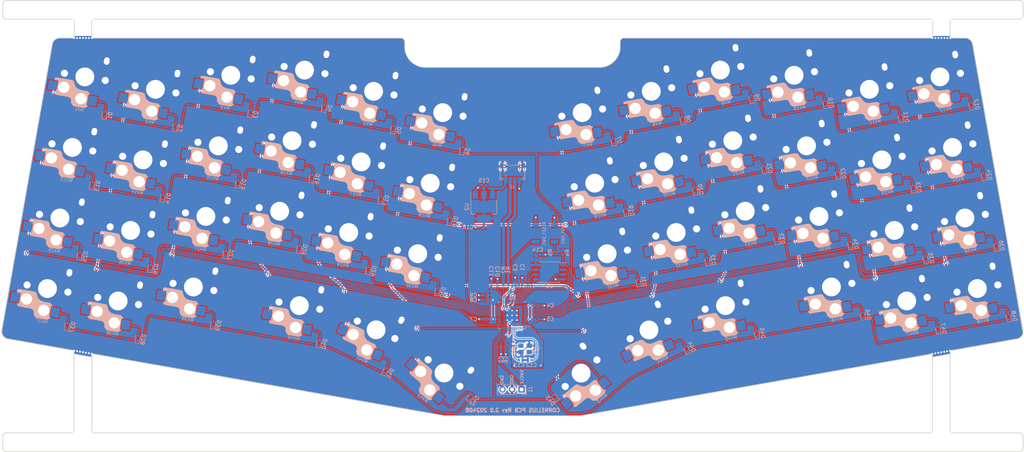
<source format=kicad_pcb>
(kicad_pcb (version 20221018) (generator pcbnew)
  (title_block (date "2023-11-27"))
  (layers (0 "F.Cu" signal) (31 "B.Cu" signal) (34 "B.Paste" user) (35 "F.Paste" user) (36 "B.SilkS" user "B.Silkscreen") (37 "F.SilkS" user "F.Silkscreen") (38 "B.Mask" user) (39 "F.Mask" user) (44 "Edge.Cuts" user))
  (net 0 "")
  (net 1 "GND")
  (net 2 "+1V1")
  (net 3 "+3V3")
  (net 4 "Net-(U1-XIN)")
  (net 5 "Net-(C13-Pad1)")
  (net 6 "+5V")
  (net 7 "/cornelius/row0")
  (net 8 "Net-(D1-A)")
  (net 9 "Net-(D2-A)")
  (net 10 "Net-(D3-A)")
  (net 11 "Net-(D4-A)")
  (net 12 "Net-(D5-A)")
  (net 13 "Net-(D6-A)")
  (net 14 "Net-(D7-A)")
  (net 15 "Net-(D8-A)")
  (net 16 "Net-(D9-A)")
  (net 17 "Net-(D10-A)")
  (net 18 "Net-(D11-A)")
  (net 19 "Net-(D12-A)")
  (net 20 "/cornelius/row1")
  (net 21 "Net-(D13-A)")
  (net 22 "Net-(D14-A)")
  (net 23 "Net-(D15-A)")
  (net 24 "Net-(D16-A)")
  (net 25 "Net-(D17-A)")
  (net 26 "Net-(D18-A)")
  (net 27 "Net-(D19-A)")
  (net 28 "Net-(D20-A)")
  (net 29 "Net-(D21-A)")
  (net 30 "Net-(D22-A)")
  (net 31 "Net-(D23-A)")
  (net 32 "Net-(D24-A)")
  (net 33 "/cornelius/row2")
  (net 34 "Net-(D25-A)")
  (net 35 "Net-(D26-A)")
  (net 36 "Net-(D27-A)")
  (net 37 "Net-(D28-A)")
  (net 38 "Net-(D29-A)")
  (net 39 "Net-(D30-A)")
  (net 40 "Net-(D31-A)")
  (net 41 "Net-(D32-A)")
  (net 42 "Net-(D33-A)")
  (net 43 "Net-(D34-A)")
  (net 44 "Net-(D35-A)")
  (net 45 "Net-(D36-A)")
  (net 46 "/cornelius/row3")
  (net 47 "Net-(D37-A)")
  (net 48 "Net-(D38-A)")
  (net 49 "Net-(D39-A)")
  (net 50 "Net-(D40-A)")
  (net 51 "Net-(D41-A)")
  (net 52 "Net-(D42-A)")
  (net 53 "Net-(D43-A)")
  (net 54 "Net-(D44-A)")
  (net 55 "Net-(D45-A)")
  (net 56 "Net-(D46-A)")
  (net 57 "Net-(D47-A)")
  (net 58 "Net-(D48-A)")
  (net 59 "/cornelius/SWCLK")
  (net 60 "/cornelius/SWD")
  (net 61 "/cornelius/D-")
  (net 62 "/cornelius/D+")
  (net 63 "/cornelius/col0")
  (net 64 "/cornelius/col1")
  (net 65 "/cornelius/col2")
  (net 66 "/cornelius/col3")
  (net 67 "/cornelius/col4")
  (net 68 "/cornelius/col5")
  (net 69 "/cornelius/col6")
  (net 70 "/cornelius/col7")
  (net 71 "/cornelius/col8")
  (net 72 "/cornelius/col9")
  (net 73 "/cornelius/col10")
  (net 74 "/cornelius/col11")
  (net 75 "Net-(U1-USB_DP)")
  (net 76 "Net-(U1-USB_DM)")
  (net 77 "Net-(U1-XOUT)")
  (net 78 "/cornelius/QSPI_SS")
  (net 79 "Net-(BOOT_SW1-Pad2)")
  (net 80 "Net-(U1-RUN)")
  (net 95 "/cornelius/QSPI_SD3")
  (net 96 "/cornelius/QSPI_SCLK")
  (net 97 "/cornelius/QSPI_SD0")
  (net 98 "/cornelius/QSPI_SD2")
  (net 99 "/cornelius/QSPI_SD1")
  (footprint "" (layer "F.Cu") (at -49.867106 17.748595)
    (fp_text reference "")
    (fp_text value "")
  )
  (footprint "kbd:Breakaway_Tabs" (layer "F.Cu") (at 113.931219 -5.001518)
    (fp_text reference "B5")
    (fp_text value "BreakAwayTab")
  )
  (footprint "" (layer "F.Cu") (at -69.457106 19.128595)
    (fp_text reference "")
    (fp_text value "")
  )
  (footprint "kbd:Breakaway_Tabs" (layer "F.Cu") (at -114.068779 -0.009267)
    (fp_text reference "B2")
    (fp_text value "BreakAwayTab")
  )
  (footprint "kbd:Breakaway_Tabs" (layer "F.Cu") (at -114.10878 104.988479)
    (fp_text reference "B4")
    (fp_text value "BreakAwayTab")
  )
  (footprint "kbd:Breakaway_Tabs" (layer "F.Cu") (at -114.07878 83.53694 -10)
    (fp_text reference "B3")
    (fp_text value "BreakAwayTab")
  )
  (footprint "" (layer "F.Cu") (at -13.177106 29.068595)
    (fp_text reference "")
    (fp_text value "")
  )
  (footprint "" (layer "F.Cu") (at -89.447106 22.848595)
    (fp_text reference "")
    (fp_text value "")
  )
  (footprint "kbd:Breakaway_Tabs" (layer "F.Cu") (at -114.06878 -5.00152)
    (fp_text reference "B1")
    (fp_text value "BreakAwayTab")
  )
  (footprint "" (layer "F.Cu") (at -31.517106 23.388595)
    (fp_text reference "")
    (fp_text value "")
  )
  (footprint "kbd:Breakaway_Tabs" (layer "F.Cu") (at 113.893423 83.570733 10)
    (fp_text reference "B7")
    (fp_text value "BreakAwayTab")
  )
  (footprint "kbd:Breakaway_Tabs" (layer "F.Cu") (at 113.931218 -0.009267)
    (fp_text reference "B6")
    (fp_text value "BreakAwayTab")
  )
  (footprint "kbd:Breakaway_Tabs" (layer "F.Cu") (at 113.891219 104.97848)
    (fp_text reference "B8")
    (fp_text value "BreakAwayTab")
  )
  (footprint "Diode_SMD:D_SOD-523" (layer "B.Cu") (at 26.84134 27.33923 100)
    (fp_text reference "D7")
    (fp_text value "SOD-523")
  )
  (footprint "Diode_SMD:D_SOD-523" (layer "B.Cu") (at 45.188427 21.686156 100)
    (fp_text reference "D8")
    (fp_text value "SOD-523")
  )
  (footprint "Diode_SMD:D_SOD-523" (layer "B.Cu") (at 63.535519 16.033088 100)
    (fp_text reference "D9")
    (fp_text value "SOD-523")
  )
  (footprint "Diode_SMD:D_SOD-523" (layer "B.Cu") (at 83.123104 17.415235 100)
    (fp_text reference "D10")
    (fp_text value "SOD-523")
  )
  (footprint "Diode_SMD:D_SOD-523" (layer "B.Cu") (at 103.12419 21.142458 100)
    (fp_text reference "D11")
    (fp_text value "SOD-523")
  )
  (footprint "Diode_SMD:D_SOD-523" (layer "B.Cu") (at 121.884777 17.834461 100)
    (fp_text reference "D12")
    (fp_text value "SOD-523")
  )
  (footprint "Diode_SMD:D_SOD-523" (layer "B.Cu") (at 30.149337 46.099816 100)
    (fp_text reference "D19")
    (fp_text value "SOD-523")
  )
  (footprint "Diode_SMD:D_SOD-523" (layer "B.Cu") (at 48.496427 40.446743 100)
    (fp_text reference "D20")
    (fp_text value "SOD-523")
  )
  (footprint "Diode_SMD:D_SOD-523" (layer "B.Cu") (at 66.843516 34.793672 100)
    (fp_text reference "D21")
    (fp_text value "SOD-523")
  )
  (footprint "Diode_SMD:D_SOD-523" (layer "B.Cu") (at 86.431097 36.175822 100)
    (fp_text reference "D22")
    (fp_text value "SOD-523")
  )
  (footprint "Diode_SMD:D_SOD-523" (layer "B.Cu") (at 106.432187 39.903046 100)
    (fp_text reference "D23")
    (fp_text value "SOD-523")
  )
  (footprint "Diode_SMD:D_SOD-523" (layer "B.Cu") (at 125.192777 36.595046 100)
    (fp_text reference "D24")
    (fp_text value "SOD-523")
  )
  (footprint "Diode_SMD:D_SOD-523" (layer "B.Cu") (at 33.457334 64.8604 100)
    (fp_text reference "D31")
    (fp_text value "SOD-523")
  )
  (footprint "Diode_SMD:D_SOD-523" (layer "B.Cu") (at 51.804423 59.207332 100)
    (fp_text reference "D32")
    (fp_text value "SOD-523")
  )
  (footprint "Diode_SMD:D_SOD-523" (layer "B.Cu") (at 70.151512 53.554259 100)
    (fp_text reference "D33")
    (fp_text value "SOD-523")
  )
  (footprint "Diode_SMD:D_SOD-523" (layer "B.Cu") (at 89.739097 54.936412 100)
    (fp_text reference "D34")
    (fp_text value "SOD-523")
  )
  (footprint "Diode_SMD:D_SOD-523" (layer "B.Cu") (at 109.740189 58.663633 100)
    (fp_text reference "D35")
    (fp_text value "SOD-523")
  )
  (footprint "Diode_SMD:D_SOD-523" (layer "B.Cu") (at 128.500772 55.355638 100)
    (fp_text reference "D36")
    (fp_text value "SOD-523")
  )
  (footprint "Diode_SMD:D_SOD-523" (layer "B.Cu") (at 11.202943 95.502364 130)
    (fp_text reference "D43")
    (fp_text value "SOD-523")
  )
  (footprint "Diode_SMD:D_SOD-523" (layer "B.Cu") (at 46.227061 82.69418 115)
    (fp_text reference "D44")
    (fp_text value "SOD-523")
  )
  (footprint "Diode_SMD:D_SOD-523" (layer "B.Cu") (at 64.906215 78.658994 100)
    (fp_text reference "D45")
    (fp_text value "SOD-523")
  )
  (footprint "Diode_SMD:D_SOD-523" (layer "B.Cu") (at 93.047094 73.696995 100)
    (fp_text reference "D46")
    (fp_text value "SOD-523")
  )
  (footprint "Diode_SMD:D_SOD-523" (layer "B.Cu") (at 113.048187 77.424221 100)
    (fp_text reference "D47")
    (fp_text value "SOD-523")
  )
  (footprint "Diode_SMD:D_SOD-523" (layer "B.Cu") (at 131.80877 74.116221 100)
    (fp_text reference "D48")
    (fp_text value "SOD-523")
  )
  (footprint "kbd:keyswitch_choc12_hotswap_1u" (layer "B.Cu") (at -94.810184 13.644665 170)
    (fp_text reference "MX2")
    (fp_text value "SW_Push" hide)
  )
  (footprint "kbd:keyswitch_choc12_hotswap_1u" (layer "B.Cu") (at -74.809097 9.917443 170)
    (fp_text reference "MX3")
    (fp_text value "SW_Push" hide)
  )
  (footprint "kbd:keyswitch_choc12_hotswap_1u" (layer "B.Cu") (at -55.22151 8.534292 170)
    (fp_text reference "MX4")
    (fp_text value "SW_Push" hide)
  )
  (footprint "kbd:keyswitch_choc12_hotswap_1u" (layer "B.Cu") (at -36.874422 14.187364 170)
    (fp_text reference "MX5")
    (fp_text value "SW_Push" hide)
  )
  (footprint "kbd:keyswitch_choc12_hotswap_1u" (layer "B.Cu") (at -18.527335 19.840435 170)
    (fp_text reference "MX6")
    (fp_text value "SW_Push" hide)
  )
  (footprint "kbd:keyswitch_choc12_hotswap_1u" (layer "B.Cu") (at 18.527333 19.840435 -170)
    (fp_text reference "MX7")
    (fp_text value "SW_Push" hide)
  )
  (footprint "kbd:keyswitch_choc12_hotswap_1u" (layer "B.Cu") (at 36.874422 14.185085 -170)
    (fp_text reference "MX8")
    (fp_text value "SW_Push" hide)
  )
  (footprint "kbd:keyswitch_choc12_hotswap_1u" (layer "B.Cu") (at 55.22151 8.532015 -170)
    (fp_text reference "MX9")
    (fp_text value "SW_Push" hide)
  )
  (footprint "kbd:keyswitch_choc12_hotswap_1u" (layer "B.Cu") (at 74.809097 9.914163 -170)
    (fp_text reference "MX10")
    (fp_text value "SW_Push" hide)
  )
  (footprint "kbd:keyswitch_choc12_hotswap_1u" (layer "B.Cu") (at 94.810184 13.643664 -170)
    (fp_text reference "MX11")
    (fp_text value "SW_Push" hide)
  )
  (footprint "kbd:keyswitch_choc12_hotswap_1u" (layer "B.Cu") (at -98.118182 32.404252 170)
    (fp_text reference "MX14")
    (fp_text value "SW_Push" hide)
  )
  (footprint "kbd:keyswitch_choc12_hotswap_1u" (layer "B.Cu") (at -78.117095 28.677029 170)
    (fp_text reference "MX15")
    (fp_text value "SW_Push" hide)
  )
  (footprint "kbd:keyswitch_choc12_hotswap_1u" (layer "B.Cu") (at -58.529508 27.294879 170)
    (fp_text reference "MX16")
    (fp_text value "SW_Push" hide)
  )
  (footprint "kbd:keyswitch_choc12_hotswap_1u" (layer "B.Cu") (at -40.18242 32.947952 170)
    (fp_text reference "MX17")
    (fp_text value "SW_Push" hide)
  )
  (footprint "kbd:keyswitch_choc12_hotswap_1u" (layer "B.Cu") (at -21.835332 38.602023 170)
    (fp_text reference "MX18")
    (fp_text value "SW_Push" hide)
  )
  (footprint "kbd:keyswitch_choc12_hotswap_1u" (layer "B.Cu") (at 21.835332 38.598744 -170)
    (fp_text reference "MX19")
    (fp_text value "SW_Push" hide)
  )
  (footprint "kbd:keyswitch_choc12_hotswap_1u" (layer "B.Cu") (at 40.18242 32.94567 -170)
    (fp_text reference "MX20")
    (fp_text value "SW_Push" hide)
  )
  (footprint "kbd:keyswitch_choc12_hotswap_1u" (layer "B.Cu") (at 58.529508 27.292599 -170)
    (fp_text reference "MX21")
    (fp_text value "SW_Push" hide)
  )
  (footprint "kbd:keyswitch_choc12_hotswap_1u" (layer "B.Cu") (at 78.117095 28.674752 -170)
    (fp_text reference "MX22")
    (fp_text value "SW_Push" hide)
  )
  (footprint "kbd:keyswitch_choc12_hotswap_1u" (layer "B.Cu") (at 98.118182 32.404251 -170)
    (fp_text reference "MX23")
    (fp_text value "SW_Push" hide)
  )
  (footprint "kbd:keyswitch_choc12_hotswap_1u" (layer "B.Cu") (at 116.87877 29.093973 -170)
    (fp_text reference "MX24")
    (fp_text value "SW_Push" hide)
  )
  (footprint "kbd:keyswitch_choc12_hotswap_1u" (layer "B.Cu") (at -101.42618 51.165839 170)
    (fp_text reference "MX26")
    (fp_text value "SW_Push" hide)
  )
  (footprint "kbd:keyswitch_choc12_hotswap_1u" (layer "B.Cu") (at -61.837506 46.055468 170)
    (fp_text reference "MX28")
    (fp_text value "SW_Push" hide)
  )
  (footprint "kbd:keyswitch_choc12_hotswap_1u" (layer "B.Cu") (at -43.490418 51.708539 170)
    (fp_text reference "MX29")
    (fp_text value "SW_Push" hide)
  )
  (footprint "kbd:keyswitch_choc12_hotswap_1u" (layer "B.Cu") (at -25.14333 57.362611 170)
    (fp_text reference "MX30")
    (fp_text value "SW_Push" hide)
  )
  (footprint "kbd:keyswitch_choc12_hotswap_1u" (layer "B.Cu") (at 25.14333 57.361611 -170)
    (fp_text reference "MX31")
    (fp_text value "SW_Push" hide)
  )
  (footprint "kbd:keyswitch_choc12_hotswap_1u" (layer "B.Cu") (at 43.490418 51.708539 -170)
    (fp_text reference "MX32")
    (fp_text value "SW_Push" hide)
  )
  (footprint "kbd:keyswitch_choc12_hotswap_1u" (layer "B.Cu") (at 61.837506 46.053191 -170)
    (fp_text reference "MX33")
    (fp_text value "SW_Push" hide)
  )
  (footprint "kbd:keyswitch_choc12_hotswap_1u" (layer "B.Cu") (at 81.425093 47.437617 -170)
    (fp_text reference "MX34")
    (fp_text value "SW_Push" hide)
  )
  (footprint "kbd:keyswitch_choc12_hotswap_1u" (layer "B.Cu") (at 101.42618 51.16484 -170)
    (fp_text reference "MX35")
    (fp_text value "SW_Push" hide)
  )
  (footprint "kbd:keyswitch_choc12_hotswap_1u" (layer "B.Cu") (at 120.186767 47.856842 -170)
    (fp_text reference "MX36")
    (fp_text value "SW_Push" hide)
  )
  (footprint "kbd:keyswitch_choc12_hotswap_1u" (layer "B.Cu") (at -104.734177 69.925427 170)
    (fp_text reference "MX38")
    (fp_text value "SW_Push" hide)
  )
  (footprint "kbd:keyswitch_choc12_hotswap_1u" (layer "B.Cu") (at -84.73309 66.199203 170)
    (fp_text reference "MX39")
    (fp_text value "SW_Push" hide)
  )
  (footprint "kbd:keyswitch_choc12_hotswap_1u" (layer "B.Cu") (at 18.231625 89.119073 -140)
    (fp_text reference "MX43")
    (fp_text value "SW_Push" hide)
  )
  (footprint "kbd:keyswitch_choc12_hotswap_1u" (layer "B.Cu") (at 36.257893 77.635073 -155)
    (fp_text reference "MX44")
    (fp_text value "SW_Push" hide)
  )
  (footprint "kbd:keyswitch_choc12_hotswap_1u" (layer "B.Cu") (at 56.592209 71.157923 -170)
    (fp_text reference "MX45")
    (fp_text value "SW_Push" hide)
  )
  (footprint "kbd:keyswitch_choc12_hotswap_1u" (layer "B.Cu") (at 84.733091 66.195926 -170)
    (fp_text reference "MX46")
    (fp_text value "SW_Push" hide)
  )
  (footprint "kbd:keyswitch_choc12_hotswap_1u" (layer "B.Cu") (at 104.734178 69.925427 -170)
    (fp_text reference "MX47")
    (fp_text value "SW_Push" hide)
  )
  (footprint "kbd:keyswitch_choc12_hotswap_1u" (layer "B.Cu") (at 123.494765 66.615148 -170)
    (fp_text reference "MX48")
    (fp_text value "SW_Push" hide)
  )
  (footprint "kbd:keyswitch_choc12_hotswap_1u" (layer "B.Cu") (at -116.878769 29.096253 170)
    (fp_text reference "MX13")
    (fp_text value "SW_Push" hide)
  )
  (footprint "kbd:keyswitch_choc12_hotswap_1u" (layer "B.Cu") (at -113.570772 10.335666 170)
    (fp_text reference "MX1")
    (fp_text value "SW_Push" hide)
  )
  (footprint "kbd:keyswitch_choc12_hotswap_1u" (layer "B.Cu") (at -120.186767 47.85784 170)
    (fp_text reference "MX25")
    (fp_text value "SW_Push" hide)
  )
  (footprint "kbd:keyswitch_choc12_hotswap_1u" (layer "B.Cu") (at -123.494765 66.618428 170)
    (fp_text reference "MX37")
    (fp_text value "SW_Push" hide)
  )
  (footprint "kbd:keyswitch_choc12_hotswap_1u" (layer "B.Cu") (at -56.592209 71.160202 170)
    (fp_text reference "MX40")
    (fp_text value "SW_Push" hide)
  )
  (footprint "kbd:keyswitch_choc12_hotswap_1u" (layer "B.Cu") (at -18.181625 89.071352 140)
    (fp_text reference "MX42")
    (fp_text value "SW_Push" hide)
  )
  (footprint "kbd:keyswitch_choc12_hotswap_1u" (layer "B.Cu") (at -36.207893 77.587352 155)
    (fp_text reference "MX41")
    (fp_text value "SW_Push" hide)
  )
  (footprint "Diode_SMD:D_SOD-523" (layer "B.Cu") (at -108.327106 20.238595 80)
    (fp_text reference "D1")
    (fp_text value "SOD-523")
  )
  (footprint "kbd:keyswitch_choc12_hotswap_1u" (layer "B.Cu") (at -81.425093 47.437617 170)
    (fp_text reference "MX27")
    (fp_text value "SW_Push" hide)
  )
  (footprint "kbd:keyswitch_choc12_hotswap_1u" (layer "B.Cu") (at 113.570772 10.335666 -170)
    (fp_text reference "MX12")
    (fp_text value "SW_Push" hide)
  )
  (footprint "Diode_SMD:D_SOD-523" (layer "B.Cu") (at -56.607106 55.948595 80)
    (fp_text reference "D28")
    (fp_text value "SOD-523")
  )
  (footprint "kbd:Pico-EZmate_PCB_Header" (layer "B.Cu") (at -0.007106 35.648595)
    (fp_text reference "J2")
    (fp_text value "78171-0004")
  )
  (footprint "Resistor_SMD:R_0402_1005Metric" (layer "B.Cu") (at 13.421219 57.098482 90)
    (fp_text reference "R4")
    (fp_text value "10k")
  )
  (footprint "Diode_SMD:D_SOD-523" (layer "B.Cu") (at -51.357106 81.028595 80)
    (fp_text reference "D40")
    (fp_text value "SOD-523")
  )
  (footprint "Resistor_SMD:R_0402_1005Metric" (layer "B.Cu") (at 11.201219 57.008482 -90)
    (fp_text reference "R5")
    (fp_text value "1k")
  )
  (footprint "Crystal:Crystal_SMD_3225-4Pin_3.2x2.5mm" (layer "B.Cu") (at 3.351219 82.658482 180)
    (fp_text reference "Y1")
    (fp_text value "12MHz 18pF")
  )
  (footprint "Diode_SMD:D_SOD-523" (layer "B.Cu") (at -53.297106 37.178595 80)
    (fp_text reference "D16")
    (fp_text value "SOD-523")
  )
  (footprint "Diode_SMD:D_SOD-523" (layer "B.Cu") (at -13.29866 29.75796 80)
    (fp_text reference "D6")
    (fp_text value "SOD-523")
  )
  (footprint "Diode_SMD:D_SOD-523" (layer "B.Cu") (at -49.98866 18.43796 80)
    (fp_text reference "D4")
    (fp_text value "SOD-523")
  )
  (footprint "Capacitor_SMD:C_0402_1005Metric" (layer "B.Cu") (at -3.048781 82.208482 -90)
    (fp_text reference "C2")
    (fp_text value "100n")
  )
  (footprint "Capacitor_SMD:C_0402_1005Metric" (layer "B.Cu") (at -5.588781 65.828482 90)
    (fp_text reference "C11")
    (fp_text value "1u")
  )
  (footprint "Capacitor_SMD:C_0402_1005Metric" (layer "B.Cu") (at 6.501219 74.758482)
    (fp_text reference "C5")
    (fp_text value "100n")
  )
  (footprint "Diode_SMD:D_SOD-523" (layer "B.Cu") (at -96.187106 61.048595 80)
    (fp_text reference "D26")
    (fp_text value "SOD-523")
  )
  (footprint "Capacitor_SMD:C_0402_1005Metric" (layer "B.Cu") (at 4.571219 85.648482 180)
    (fp_text reference "C12")
    (fp_text value "27p")
  )
  (footprint "Capacitor_SMD:C_0402_1005Metric" (layer "B.Cu") (at -1.778781 82.208482 -90)
    (fp_text reference "C6")
    (fp_text value "100n")
  )
  (footprint "Package_SO:SOIC-8_5.23x5.23mm_P1.27mm" (layer "B.Cu") (at 9.83075 62.258094 180)
    (fp_text reference "U3")
    (fp_text value "W25Q128JVSIQ")
  )
  (footprint "Diode_SMD:D_SOD-523" (layer "B.Cu") (at -33.704814 88.497525 65)
    (fp_text reference "D41")
    (fp_text value "SOD-523")
  )
  (footprint "Diode_SMD:D_SOD-523" (layer "B.Cu") (at -89.56866 23.53796 80)
    (fp_text reference "D2")
    (fp_text value "SOD-523")
  )
  (footprint "kbd:TS-1088R-02026" (layer "B.Cu") (at 6.191219 51.968482 -90)
    (fp_text reference "RESET_SW1")
    (fp_text value "TS-1088R-02026")
  )
  (footprint "Diode_SMD:D_SOD-523" (layer "B.Cu") (at -99.487106 79.808595 80)
    (fp_text reference "D38")
    (fp_text value "SOD-523")
  )
  (footprint "Capacitor_SMD:C_0402_1005Metric" (layer "B.Cu") (at 2.621219 65.238482 90)
    (fp_text reference "C1")
    (fp_text value "100n")
  )
  (footprint "Diode_SMD:D_SOD-523" (layer "B.Cu") (at -76.197106 57.328595 80)
    (fp_text reference "D27")
    (fp_text value "SOD-523")
  )
  (footprint "Diode_SMD:D_SOD-523" (layer "B.Cu") (at -11.107106 95.468595 50)
    (fp_text reference "D42")
    (fp_text value "SOD-523")
  )
  (footprint "Resistor_SMD:R_0402_1005Metric" (layer "B.Cu") (at -1.098781 65.878482 -90)
    (fp_text reference "R1")
    (fp_text value "27")
  )
  (footprint "Diode_SMD:D_SOD-523" (layer "B.Cu") (at -31.63866 24.07796 80)
    (fp_text reference "D5")
    (fp_text value "SOD-523")
  )
  (footprint "Diode_SMD:D_SOD-523" (layer "B.Cu") (at -118.245552 76.50923 80)
    (fp_text reference "D37")
    (fp_text value "SOD-523")
  )
  (footprint "Capacitor_SMD:C_0402_1005Metric" (layer "B.Cu") (at 2.191219 85.638482)
    (fp_text reference "C13")
    (fp_text value "27p")
  )
  (footprint "Diode_SMD:D_SOD-523" (layer "B.Cu") (at -19.917106 67.268595 80)
    (fp_text reference "D30")
    (fp_text value "SOD-523")
  )
  (footprint "Diode_SMD:D_SOD-523" (layer "B.Cu") (at -34.947106 42.818595 80)
    (fp_text reference "D17")
    (fp_text value "SOD-523")
  )
  (footprint "Capacitor_SMD:C_0402_1005Metric" (layer "B.Cu") (at 6.701219 57.618482)
    (fp_text reference "C14")
    (fp_text value "1u")
  )
  (footprint "Diode_SMD:D_SOD-523" (layer "B.Cu") (at -114.945552 57.74923 80)
    (fp_text reference "D25")
    (fp_text value "SOD-523")
  )
  (footprint "Capacitor_SMD:C_0402_1005Metric" (layer "B.Cu") (at -7.568781 39.058482 180)
    (fp_text reference "C15")
    (fp_text value "10u")
  )
  (footprint "Capacitor_SMD:C_0402_1005Metric" (layer "B.Cu") (at -6.998781 74.748482 180)
    (fp_text reference "C7")
    (fp_text value "100n")
  )
  (footprint "Diode_SMD:D_SOD-523" (layer "B.Cu") (at -16.607106 48.498595 80)
    (fp_text reference "D18")
    (fp_text value "SOD-523")
  )
  (footprint "kbd:TS-1088R-02026" (layer "B.Cu") (at 11.191219 51.948482 -90)
    (fp_text reference "BOOT_SW1")
    (fp_text value "TS-1088R-02026")
  )
  (footprint "Package_TO_SOT_SMD:SOT-223-3_TabPin2" (layer "B.Cu") (at -7.598781 44.888482 -90)
    (fp_text reference "U2")
    (fp_text value "NCP1117-3.3_SOT223")
  )
  (footprint "Capacitor_SMD:C_0402_1005Metric" (layer "B.Cu") (at 6.501219 71.158482)
    (fp_text reference "C4")
    (fp_text value "100n")
  )
  (footprint "Package_DFN_QFN:QFN-56-1EP_7x7mm_P0.4mm_EP3.2x3.2mm" (layer "B.Cu") (at -0.108781 73.748482 180)
    (fp_text reference "U1")
    (fp_text value "RP2040")
  )
  (footprint "Resistor_SMD:R_0402_1005Metric" (layer "B.Cu") (at 0.291219 81.318482 90)
    (fp_text reference "R3")
    (fp_text value "1k")
  )
  (footprint "Diode_SMD:D_SOD-523" (layer "B.Cu") (at -92.877106 42.278595 80)
    (fp_text reference "D14")
    (fp_text value "SOD-523")
  )
  (footprint "Resistor_SMD:R_0402_1005Metric" (layer "B.Cu") (at -2.394781 65.878482 90)
    (fp_text reference "R2")
    (fp_text value "27")
  )
  (footprint "Capacitor_SMD:C_0402_1005Metric" (layer "B.Cu") (at -3.958781 65.818482 90)
    (fp_text reference "C10")
    (fp_text value "1u")
  )
  (footprint "Capacitor_SMD:C_0402_1005Metric" (layer "B.Cu") (at 0.712894 65.318595 90)
    (fp_text reference "C3")
    (fp_text value "100n")
  )
  (footprint "Diode_SMD:D_SOD-523" (layer "B.Cu") (at -111.635552 38.97923 80)
    (fp_text reference "D13")
    (fp_text value "SOD-523")
  )
  (footprint "Capacitor_SMD:C_0402_1005Metric" (layer "B.Cu") (at -6.998781 68.378482 180)
    (fp_text reference "C9")
    (fp_text value "100n")
  )
  (footprint "Connector_PinHeader_2.54mm:PinHeader_1x03_P2.54mm_Vertical" (layer "B.Cu") (at 2.431219 93.448482 90)
    (fp_text reference "J1")
    (fp_text value "Conn_01x03")
  )
  (footprint "Capacitor_SMD:C_0402_1005Metric" (layer "B.Cu") (at -6.998781 69.648482 180)
    (fp_text reference "C8")
    (fp_text value "100n")
  )
  (footprint "Capacitor_SMD:C_0402_1005Metric" (layer "B.Cu") (at -8.088781 50.318482 180)
    (fp_text reference "C16")
    (fp_text value "10u")
  )
  (footprint "Diode_SMD:D_SOD-523" (layer "B.Cu") (at -69.57866 19.81796 80)
    (fp_text reference "D3")
    (fp_text value "SOD-523")
  )
  (footprint "Diode_SMD:D_SOD-523" (layer "B.Cu") (at -72.887106 38.558595 80)
    (fp_text reference "D15")
    (fp_text value "SOD-523")
  )
  (footprint "Diode_SMD:D_SOD-523" (layer "B.Cu") (at -79.497106 76.088595 80)
    (fp_text reference "D39")
    (fp_text value "SOD-523")
  )
  (footprint "Diode_SMD:D_SOD-523" (layer "B.Cu") (at -38.257106 61.588595 80)
    (fp_text reference "D29")
    (fp_text value "SOD-523")
  )
  (gr_line (start 116.23176 -5.006267) (end 116.231759 0) (stroke (width 0.2)) (layer "Edge.Cuts"))
  (gr_line (start -135.368242 -9.006268) (end -135.368242 -6.006264) (stroke (width 0.2)) (layer "Edge.Cuts"))
  (gr_line (start -135.368239 108.993735) (end -135.368241 105.993735) (stroke (width 0.2)) (layer "Edge.Cuts"))
  (gr_line (start -116.47658 104.993732) (end -134.368242 104.993733) (stroke (width 0.2)) (layer "Edge.Cuts"))
  (gr_line (start 116.273758 104.993737) (end 134.631757 104.993732) (stroke (width 0.2)) (layer "Edge.Cuts"))
  (gr_line (start 116.23176 -5.006267) (end 134.63176 -5.006265) (stroke (width 0.2)) (layer "Edge.Cuts"))
  (gr_line (start -134.36824 -5.006266) (end -116.368241 -5.006267) (stroke (width 0.2)) (layer "Edge.Cuts"))
  (gr_arc (start 135.631759 -6.006267) (mid 135.338872 -5.299149) (end 134.63176 -5.006265) (stroke (width 0.2)) (layer "Edge.Cuts"))
  (gr_line (start -111.72658 104.993734) (end -111.726582 83.947733) (stroke (width 0.2)) (layer "Edge.Cuts"))
  (gr_arc (start 135.63176 108.993736) (mid 135.33887 109.700854) (end 134.631757 109.993732) (stroke (width 0.2)) (layer "Edge.Cuts"))
  (gr_line (start 135.627751 77.695339) (end 122.219383 1.652704) (stroke (width 0.2)) (layer "Edge.Cuts"))
  (gr_line (start 120.249767 0) (end 119.234341 0) (stroke (width 0.2)) (layer "Edge.Cuts"))
  (gr_line (start 18.066347 100.45544) (end 111.524757 83.990733) (stroke (width 0.2)) (layer "Edge.Cuts"))
  (gr_line (start -111.76824 -5.006266) (end 111.63176 -5.006264) (stroke (width 0.2)) (layer "Edge.Cuts"))
  (gr_arc (start 28.611735 1) (mid 28.904644 0.292918) (end 29.611735 0) (stroke (width 0.2)) (layer "Edge.Cuts"))
  (gr_arc (start 134.631759 -10.006268) (mid 135.338867 -9.713373) (end 135.631757 -9.006267) (stroke (width 0.2)) (layer "Edge.Cuts"))
  (gr_line (start -111.726582 83.947733) (end -18.066347 100.45544) (stroke (width 0.2)) (layer "Edge.Cuts"))
  (gr_line (start 111.524759 104.993734) (end -111.72658 104.993734) (stroke (width 0.2)) (layer "Edge.Cuts"))
  (gr_line (start 116.273758 104.993737) (end 116.273759 83.150733) (stroke (width 0.2)) (layer "Edge.Cuts"))
  (gr_arc (start 120.249767 0) (mid 121.535343 0.467911) (end 122.219383 1.652704) (stroke (width 0.2)) (layer "Edge.Cuts"))
  (gr_line (start -118.218914 0) (end -119.234341 0) (stroke (width 0.2)) (layer "Edge.Cuts"))
  (gr_arc (start 28.611735 2.304593) (mid 27.000823 6.19368) (end 23.111735 7.804593) (stroke (width 0.2)) (layer "Edge.Cuts"))
  (gr_line (start 132.035816 80.359547) (end 133.020624 80.185899) (stroke (width 0.2)) (layer "Edge.Cuts"))
  (gr_line (start 119.234341 0) (end 118.218914 0) (stroke (width 0.2)) (layer "Edge.Cuts"))
  (gr_line (start -119.234341 0) (end -120.249767 0) (stroke (width 0.2)) (layer "Edge.Cuts"))
  (gr_line (start 118.218914 0) (end 116.231759 0) (stroke (width 0.2)) (layer "Edge.Cuts"))
  (gr_arc (start -135.368242 -9.006268) (mid -135.075342 -9.713364) (end -134.368239 -10.006264) (stroke (width 0.2)) (layer "Edge.Cuts"))
  (gr_line (start 134.631759 -10.006268) (end -134.368239 -10.006264) (stroke (width 0.2)) (layer "Edge.Cuts"))
  (gr_line (start -29.611735 0) (end -111.768238 0) (stroke (width 0.2)) (layer "Edge.Cuts"))
  (gr_line (start -132.035816 80.359547) (end -116.476577 83.110733) (stroke (width 0.2)) (layer "Edge.Cuts"))
  (gr_line (start -134.005432 80.012251) (end -133.020624 80.185899) (stroke (width 0.2)) (layer "Edge.Cuts"))
  (gr_line (start 111.63176 -5.006264) (end 111.631758 0) (stroke (width 0.2)) (layer "Edge.Cuts"))
  (gr_line (start -28.611735 2.304593) (end -28.611735 1) (stroke (width 0.2)) (layer "Edge.Cuts"))
  (gr_arc (start -134.368239 -5.006264) (mid -135.075348 -5.299155) (end -135.368242 -6.006264) (stroke (width 0.2)) (layer "Edge.Cuts"))
  (gr_arc (start -122.219383 1.652704) (mid -121.53534 0.467923) (end -120.249767 0) (stroke (width 0.2)) (layer "Edge.Cuts"))
  (gr_line (start -116.368244 0) (end -118.218914 0) (stroke (width 0.2)) (layer "Edge.Cuts"))
  (gr_line (start 135.631759 -6.006267) (end 135.631757 -9.006267) (stroke (width 0.2)) (layer "Edge.Cuts"))
  (gr_line (start 116.273759 83.150733) (end 132.035816 80.359547) (stroke (width 0.2)) (layer "Edge.Cuts"))
  (gr_line (start 133.020624 80.185899) (end 134.005432 80.012251) (stroke (width 0.2)) (layer "Edge.Cuts"))
  (gr_arc (start -29.611735 0) (mid -28.904591 0.292866) (end -28.611735 1) (stroke (width 0.2)) (layer "Edge.Cuts"))
  (gr_line (start 134.631757 109.993732) (end -134.368241 109.993736) (stroke (width 0.2)) (layer "Edge.Cuts"))
  (gr_line (start -116.47658 104.993732) (end -116.476577 83.110733) (stroke (width 0.2)) (layer "Edge.Cuts"))
  (gr_line (start 111.631758 0) (end 29.611735 0) (stroke (width 0.2)) (layer "Edge.Cuts"))
  (gr_line (start 135.63176 105.993732) (end 135.63176 108.993736) (stroke (width 0.2)) (layer "Edge.Cuts"))
  (gr_line (start -111.76824 -5.006266) (end -111.768238 0) (stroke (width 0.2)) (layer "Edge.Cuts"))
  (gr_line (start -18.066347 100.45544) (end 18.066347 100.45544) (stroke (width 0.2)) (layer "Edge.Cuts"))
  (gr_arc (start 135.627751 77.695339) (mid 135.29644 79.189788) (end 134.005432 80.012251) (stroke (width 0.2)) (layer "Edge.Cuts"))
  (gr_line (start -122.219383 1.652704) (end -135.627751 77.695339) (stroke (width 0.2)) (layer "Edge.Cuts"))
  (gr_line (start 28.611735 1) (end 28.611735 2.304593) (stroke (width 0.2)) (layer "Edge.Cuts"))
  (gr_arc (start 134.631757 104.993732) (mid 135.338866 105.286626) (end 135.63176 105.993732) (stroke (width 0.2)) (layer "Edge.Cuts"))
  (gr_arc (start -135.368241 105.993735) (mid -135.075343 105.286639) (end -134.368242 104.993733) (stroke (width 0.2)) (layer "Edge.Cuts"))
  (gr_arc (start -134.005432 80.012251) (mid -135.296434 79.189781) (end -135.627751 77.695339) (stroke (width 0.2)) (layer "Edge.Cuts"))
  (gr_line (start -133.020624 80.185899) (end -132.035816 80.359547) (stroke (width 0.2)) (layer "Edge.Cuts"))
  (gr_line (start 111.524759 104.993734) (end 111.524757 83.990733) (stroke (width 0.2)) (layer "Edge.Cuts"))
  (gr_line (start -116.368241 -5.006267) (end -116.368244 0) (stroke (width 0.2)) (layer "Edge.Cuts"))
  (gr_arc (start -23.111735 7.804593) (mid -27.000812 6.193682) (end -28.611735 2.304593) (stroke (width 0.2)) (layer "Edge.Cuts"))
  (gr_arc (start -134.368241 109.993736) (mid -135.075349 109.700844) (end -135.368239 108.993735) (stroke (width 0.2)) (layer "Edge.Cuts"))
  (gr_line (start 23.111735 7.804593) (end -23.111735 7.804593) (stroke (width 0.2)) (layer "Edge.Cuts"))
  (gr_text "SWD" (at -2.778781 90.858482 90) (layer "B.SilkS") (effects (font (size 0.8 0.8) (thickness 0.15) bold) (justify mirror)))
  (gr_text "GND" (at -0.148781 90.758482 90) (layer "B.SilkS") (effects (font (size 0.8 0.8) (thickness 0.15) bold) (justify mirror)))
  (gr_text "CORNELIUS PCB Rev 2.0 202408" (at 0.069674 98.981628) (layer "B.SilkS") (effects (font (size 1 1) (thickness 0.25)) (justify mirror)))
  (gr_text "SWCLK" (at 2.501219 90.138482 90) (layer "B.SilkS") (effects (font (size 0.8 0.8) (thickness 0.15) bold) (justify mirror)))
  (via (at 8.791219 57.588482) (size 0.8) (drill 0.4) (layers "F.Cu" "B.Cu") (net 1))
  (via (at -5.578781 63.983482) (size 0.8) (drill 0.4) (layers "F.Cu" "B.Cu") (net 1))
  (via (at -1.768781 84.098482) (size 0.8) (drill 0.4) (layers "F.Cu" "B.Cu") (net 1))
  (via (at 1.161219 75.018482) (size 0.8) (drill 0.4) (layers "F.Cu" "B.Cu") (net 1))
  (via (at 8.491219 74.788482) (size 0.8) (drill 0.4) (layers "F.Cu" "B.Cu") (net 1))
  (via (at 11.131219 47.738482) (size 0.8) (drill 0.4) (layers "F.Cu" "B.Cu") (net 1))
  (via (at -8.878781 74.733482) (size 0.8) (drill 0.4) (layers "F.Cu" "B.Cu") (net 1))
  (via (at -1.378781 73.748482) (size 0.8) (drill 0.4) (layers "F.Cu" "B.Cu") (net 1))
  (via (at 6.211219 47.708482) (size 0.8) (drill 0.4) (layers "F.Cu" "B.Cu") (net 1))
  (via (at 1.161219 73.748482) (size 0.8) (drill 0.4) (layers "F.Cu" "B.Cu") (net 1))
  (via (at -3.938781 64.028482) (size 0.8) (drill 0.4) (layers "F.Cu" "B.Cu") (net 1))
  (via (at 11.451219 64.148482) (size 0.8) (drill 0.4) (layers "F.Cu" "B.Cu") (net 1))
  (via (at -9.818781 50.328482) (size 0.8) (drill 0.4) (layers "F.Cu" "B.Cu") (net 1))
  (via (at -8.938781 68.373482) (size 0.8) (drill 0.4) (layers "F.Cu" "B.Cu") (net 1))
  (via (at 0.722894 63.658595) (size 0.8) (drill 0.4) (layers "F.Cu" "B.Cu") (net 1))
  (via (at -0.108781 73.748482) (size 0.8) (drill 0.4) (layers "F.Cu" "B.Cu") (net 1))
  (via (at 8.491219 71.148482) (size 0.8) (drill 0.4) (layers "F.Cu" "B.Cu") (net 1))
  (via (at 7.551219 87.048482) (size 0.8) (drill 0.4) (layers "F.Cu" "B.Cu") (net 1))
  (via (at -0.108781 75.018482) (size 0.8) (drill 0.4) (layers "F.Cu" "B.Cu") (net 1))
  (via (at 1.161219 72.478482) (size 0.8) (drill 0.4) (layers "F.Cu" "B.Cu") (net 1))
  (via (at -1.378781 72.478482) (size 0.8) (drill 0.4) (layers "F.Cu" "B.Cu") (net 1))
  (via (at 1.82 40.06) (size 0.8) (drill 0.4) (layers "F.Cu" "B.Cu") (net 1))
  (via (at -1.378781 75.018482) (size 0.8) (drill 0.4) (layers "F.Cu" "B.Cu") (net 1))
  (via (at -3.018781 84.068482) (size 0.8) (drill 0.4) (layers "F.Cu" "B.Cu") (net 1))
  (via (at -0.108781 72.478482) (size 0.8) (drill 0.4) (layers "F.Cu" "B.Cu") (net 1))
  (via (at -9.158781 39.808482) (size 0.8) (drill 0.4) (layers "F.Cu" "B.Cu") (net 1))
  (via (at -8.918781 69.648482) (size 0.8) (drill 0.4) (layers "F.Cu" "B.Cu") (net 1))
  (via (at 2.591219 63.738482) (size 0.8) (drill 0.4) (layers "F.Cu" "B.Cu") (net 1))
  (via (at 0.481219 87.048482) (size 0.8) (drill 0.4) (layers "F.Cu" "B.Cu") (net 1))
  (segment (start 7.181219 57.618482) (end 8.761219 57.618482) (width 0.508) (layer "B.Cu") (net 1))
  (segment (start -9.898781 41.738482) (end -9.898781 40.962696) (width 0.508) (layer "B.Cu") (net 1))
  (segment (start 6.191219 47.728482) (end 6.191219 49.743482) (width 0.508) (layer "B.Cu") (net 1))
  (segment (start 0.891219 77.185982) (end 0.901219 77.195982) (width 0.2) (layer "B.Cu") (net 1))
  (segment (start -8.048781 39.058482) (end -8.201674 39.058482) (width 0.508) (layer "B.Cu") (net 1))
  (segment (start 13.43075 64.163094) (end 11.465831 64.163094) (width 0.508) (layer "B.Cu") (net 1))
  (segment (start 6.981219 71.158482) (end 8.481219 71.158482) (width 0.508) (layer "B.Cu") (net 1))
  (segment (start -3.938781 64.028482) (end -3.938781 65.318482) (width 0.508) (layer "B.Cu") (net 1))
  (segment (start -8.555228 39.204929) (end -9.158781 39.808482) (width 0.508) (layer "B.Cu") (net 1))
  (segment (start 6.981219 74.758482) (end 8.461219 74.758482) (width 0.508) (layer "B.Cu") (net 1))
  (segment (start -3.048781 82.688482) (end -3.048781 84.038482) (width 0.508) (layer "B.Cu") (net 1))
  (segment (start 0.722894 63.658595) (end 0.712894 63.668595) (width 0.508) (layer "B.Cu") (net 1))
  (segment (start 1.82 40.06) (end 1.8 40.04) (width 0.508) (layer "B.Cu") (net 1))
  (segment (start 11.191219 47.798482) (end 11.191219 49.723482) (width 0.508) (layer "B.Cu") (net 1))
  (segment (start 2.591219 64.728482) (end 2.621219 64.758482) (width 0.508) (layer "B.Cu") (net 1))
  (segment (start -8.933781 68.378482) (end -8.938781 68.373482) (width 0.2) (layer "B.Cu") (net 1))
  (segment (start 0.712894 63.668595) (end 0.712894 64.838595) (width 0.508) (layer "B.Cu") (net 1))
  (segment (start 11.465831 64.163094) (end 11.451219 64.148482) (width 0.508) (layer "B.Cu") (net 1))
  (segment (start -5.578781 63.983482) (end -5.578781 65.338482) (width 0.508) (layer "B.Cu") (net 1))
  (segment (start 2.521219 83.508482) (end 4.221219 81.808482) (width 0.2) (layer "B.Cu") (net 1))
  (segment (start 6.211219 47.708482) (end 6.191219 47.728482) (width 0.508) (layer "B.Cu") (net 1))
  (segment (start 1.8 40.04) (end 1.8 37.848482) (width 0.508) (layer "B.Cu") (net 1))
  (segment (start -9.605888 40.255589) (end -9.158781 39.808482) (width 0.508) (layer "B.Cu") (net 1))
  (segment (start 8.481219 71.158482) (end 8.491219 71.148482) (width 0.508) (layer "B.Cu") (net 1))
  (segment (start -8.568781 50.318482) (end -9.808781 50.318482) (width 0.508) (layer "B.Cu") (net 1))
  (segment (start -1.778781 82.688482) (end -1.778781 84.088482) (width 0.508) (layer "B.Cu") (net 1))
  (segment (start -7.478781 68.378482) (end -8.933781 68.378482) (width 0.508) (layer "B.Cu") (net 1))
  (segment (start -7.478781 74.748482) (end -8.863781 74.748482) (width 0.508) (layer "B.Cu") (net 1))
  (segment (start -8.863781 74.748482) (end -8.878781 74.733482) (width 0.2) (layer "B.Cu") (net 1))
  (segment (start 2.671219 85.638482) (end 2.671219 83.928482) (width 0.508) (layer "B.Cu") (net 1))
  (segment (start 11.131219 47.738482) (end 11.191219 47.798482) (width 0.508) (layer "B.Cu") (net 1))
  (segment (start 2.671219 83.928482) (end 2.251219 83.508482) (width 0.508) (layer "B.Cu") (net 1))
  (segment (start 0.901219 77.195982) (end 0.901219 78.650634) (width 0.2) (layer "B.Cu") (net 1))
  (segment (start 2.591219 63.738482) (end 2.591219 64.728482) (width 0.508) (layer "B.Cu") (net 1))
  (segment (start 8.761219 57.618482) (end 8.791219 57.588482) (width 0.508) (layer "B.Cu") (net 1))
  (segment (start 2.671219 85.638482) (end 4.081219 85.638482) (width 0.508) (layer "B.Cu") (net 1))
  (segment (start -8.918781 69.648482) (end -7.478781 69.648482) (width 0.508) (layer "B.Cu") (net 1))
  (segment (start 8.461219 74.758482) (end 8.491219 74.788482) (width 0.508) (layer "B.Cu") (net 1))
  (segment (start 0.901219 78.650634) (end 1.475143 79.224558) (width 0.2) (layer "B.Cu") (net 1))
  (arc (start -9.605888 40.255589) (mid -9.822661 40.580012) (end -9.898781 40.962696) (width 0.508) (layer "B.Cu") (net 1))
  (arc (start -8.201674 39.058482) (mid -8.393016 39.096542) (end -8.555228 39.204929) (width 0.508) (layer "B.Cu") (net 1))
  (segment (start 0.091219 68.438482) (end 0.091219 69.934268) (width 0.508) (layer "F.Cu") (net 2))
  (segment (start -1.001674 78.761375) (end -1.168781 78.928482) (width 0.508) (layer "F.Cu") (net 2))
  (segment (start -0.708781 75.978482) (end -0.708781 78.054268) (width 0.508) (layer "F.Cu") (net 2))
  (segment (start -0.201674 70.641375) (end -1.028781 71.468482) (width 0.508) (layer "F.Cu") (net 2))
  (via (at -1.168781 78.928482) (size 0.8) (drill 0.4) (layers "F.Cu" "B.Cu") (net 2))
  (via (at -0.708781 75.978482) (size 0.8) (drill 0.4) (layers "F.Cu" "B.Cu") (net 2))
  (via (at -1.028781 71.468482) (size 0.8) (drill 0.4) (layers "F.Cu" "B.Cu") (net 2))
  (via (at 0.091219 68.438482) (size 0.8) (drill 0.4) (layers "F.Cu" "B.Cu") (net 2))
  (arc (start 0.091219 69.934268) (mid 0.015099 70.316951) (end -0.201674 70.641375) (width 0.508) (layer "F.Cu") (net 2))
  (arc (start -1.001674 78.761375) (mid -0.784901 78.436952) (end -0.708781 78.054268) (width 0.508) (layer "F.Cu") (net 2))
  (segment (start -1.908781 69.394242) (end -1.908781 70.310982) (width 0.2) (layer "B.Cu") (net 2))
  (segment (start -3.958781 66.930028) (end -3.958781 66.298482) (width 0.2) (layer "B.Cu") (net 2))
  (segment (start -2.055228 69.040688) (end -3.812335 67.283581) (width 0.2) (layer "B.Cu") (net 2))
  (segment (start -1.168781 78.928482) (end -0.855227 78.614928) (width 0.2) (layer "B.Cu") (net 2))
  (segment (start -1.168781 78.928482) (end -2.902335 80.662036) (width 0.2) (layer "B.Cu") (net 2))
  (segment (start -1.908781 71.200312) (end -1.640611 71.468482) (width 0.2) (layer "B.Cu") (net 2))
  (segment (start -1.908781 70.310982) (end -1.908781 71.200312) (width 0.2) (layer "B.Cu") (net 2))
  (segment (start -1.640611 71.468482) (end -1.028781 71.468482) (width 0.2) (layer "B.Cu") (net 2))
  (segment (start 0.091219 70.310982) (end 0.091219 68.705589) (width 0.2) (layer "B.Cu") (net 2))
  (segment (start -0.708781 78.261375) (end -0.708781 77.185982) (width 0.2) (layer "B.Cu") (net 2))
  (segment (start -3.048781 81.015589) (end -3.048781 81.728482) (width 0.2) (layer "B.Cu") (net 2))
  (segment (start 0.237666 68.352035) (end 2.474773 66.114928) (width 0.2) (layer "B.Cu") (net 2))
  (arc (start -2.902335 80.662036) (mid -3.010721 80.824248) (end -3.048781 81.015589) (width 0.2) (layer "B.Cu") (net 2))
  (arc (start 0.091219 68.705589) (mid 0.129279 68.514247) (end 0.237666 68.352035) (width 0.2) (layer "B.Cu") (net 2))
  (arc (start -3.958781 66.930028) (mid -3.920721 67.121369) (end -3.812335 67.283581) (width 0.2) (layer "B.Cu") (net 2))
  (arc (start 2.621219 65.761375) (mid 2.583159 65.952716) (end 2.474773 66.114928) (width 0.2) (layer "B.Cu") (net 2))
  (arc (start -0.708781 78.261375) (mid -0.746841 78.452716) (end -0.855227 78.614928) (width 0.2) (layer "B.Cu") (net 2))
  (arc (start -1.908781 69.394242) (mid -1.946841 69.2029) (end -2.055228 69.040688) (width 0.2) (layer "B.Cu") (net 2))
  (segment (start 4.701219 74.738482) (end 4.711219 74.748482) (width 0.508) (layer "F.Cu") (net 3))
  (segment (start -5.138781 74.748482) (end -5.138781 69.658482) (width 0.508) (layer "F.Cu") (net 3))
  (segment (start -5.138781 69.658482) (end -5.148781 69.648482) (width 0.508) (layer "F.Cu") (net 3))
  (segment (start 4.701219 71.148482) (end 4.701219 74.738482) (width 0.508) (layer "F.Cu") (net 3))
  (via (at -5.138781 74.748482) (size 0.8) (drill 0.4) (layers "F.Cu" "B.Cu") (net 3))
  (via (at 4.701219 71.148482) (size 0.8) (drill 0.4) (layers "F.Cu" "B.Cu") (net 3))
  (via (at -5.148781 69.648482) (size 0.8) (drill 0.4) (layers "F.Cu" "B.Cu") (net 3))
  (via (at 4.711219 74.748482) (size 0.8) (drill 0.4) (layers "F.Cu" "B.Cu") (net 3))
  (segment (start -0.618781 68.738482) (end -0.618781 68.375589) (width 0.2) (layer "B.Cu") (net 3))
  (segment (start 3.328719 74.748482) (end 4.711219 74.748482) (width 0.2) (layer "B.Cu") (net 3))
  (segment (start -0.708781 68.828482) (end -0.618781 68.738482) (width 0.2) (layer "B.Cu") (net 3))
  (segment (start -0.618781 68.738482) (end -0.308781 69.048482) (width 0.2) (layer "B.Cu") (net 3))
  (segment (start -1.778781 80.835589) (end -1.778781 81.728482) (width 0.2) (layer "B.Cu") (net 3))
  (segment (start -2.455228 69.174978) (end -5.175278 66.454928) (width 0.2) (layer "B.Cu") (net 3))
  (segment (start 13.201809 53.279072) (end 13.09231 53.169573) (width 0.254) (layer "B.Cu") (net 3))
  (segment (start 8.127727 55.951974) (end 7.971054 56.108647) (width 0.254) (layer "B.Cu") (net 3))
  (segment (start -0.708781 70.310982) (end -0.708781 68.828482) (width 0.2) (layer "B.Cu") (net 3))
  (segment (start 6.221219 57.618482) (end 6.221219 60.343563) (width 0.254) (layer "B.Cu") (net 3))
  (segment (start -4.391888 68.378482) (end -6.518781 68.378482) (width 0.2) (layer "B.Cu") (net 3))
  (segment (start 13.421219 56.588482) (end 13.421219 53.808775) (width 0.254) (layer "B.Cu") (net 3))
  (segment (start -3.833388 70.293875) (end -4.211911 69.915352) (width 0.2) (layer "B.Cu") (net 3))
  (segment (start -0.472334 68.022035) (end 0.4072 67.173511) (width 0.2) (layer "B.Cu") (net 3))
  (segment (start -7.598781 41.738482) (end -7.598781 48.038482) (width 0.508) (layer "B.Cu") (net 3))
  (segment (start -0.308781 69.048482) (end -0.308781 70.310982) (width 0.2) (layer "B.Cu") (net 3))
  (segment (start -5.148781 69.648482) (end -6.518781 69.648482) (width 0.2) (layer "B.Cu") (net 3))
  (segment (start -2.930985 69.286278) (end -3.447675 68.769588) (width 0.2) (layer "B.Cu") (net 3))
  (segment (start -2.308781 70.310982) (end -2.308781 69.528532) (width 0.2) (layer "B.Cu") (net 3))
  (segment (start 6.460543 56.619158) (end 6.367665 56.712036) (width 0.254) (layer "B.Cu") (net 3))
  (segment (start 4.711219 74.748482) (end 6.011219 74.748482) (width 0.2) (layer "B.Cu") (net 3))
  (segment (start 8.481219 53.902173) (end 8.481219 55.09857) (width 0.254) (layer "B.Cu") (net 3))
  (segment (start 8.836024 53.103677) (end 8.794957 53.144744) (width 0.254) (layer "B.Cu") (net 3))
  (segment (start 7.343756 56.368482) (end 7.065729 56.368482) (width 0.254) (layer "B.Cu") (net 3))
  (segment (start -4.856193 69.648482) (end -5.148781 69.648482) (width 0.2) (layer "B.Cu") (net 3))
  (segment (start -0.308781 77.185982) (end -0.308781 78.951375) (width 0.2) (layer "B.Cu") (net 3))
  (segment (start -2.708781 70.310982) (end -2.708781 69.822727) (width 0.2) (layer "B.Cu") (net 3))
  (segment (start 6.221219 57.065589) (end 6.221219 57.618482) (width 0.254) (layer "B.Cu") (net 3))
  (segment (start -0.455228 79.304929) (end -1.632335 80.482036) (width 0.2) (layer "B.Cu") (net 3))
  (segment (start -3.546281 74.748482) (end -6.518781 74.748482) (width 0.2) (layer "B.Cu") (net 3))
  (segment (start 3.328719 71.148482) (end 6.011219 71.148482) (width 0.2) (layer "B.Cu") (net 3))
  (segment (start -3.546281 71.148482) (end -3.546281 70.987012) (width 0.2) (layer "B.Cu") (net 3))
  (segment (start 12.46198 52.908482) (end 9.307267 52.908482) (width 0.254) (layer "B.Cu") (net 3))
  (segment (start 0.712894 66.453831) (end 0.712894 65.798595) (width 0.2) (layer "B.Cu") (net 3))
  (arc (start 8.481219 53.902173) (mid 8.562757 53.492255) (end 8.794957 53.144744) (width 0.254) (layer "B.Cu") (net 3))
  (arc (start 0.4072 67.173511) (mid 0.633303 66.844788) (end 0.712894 66.453831) (width 0.2) (layer "B.Cu") (net 3))
  (arc (start 6.460543 56.619158) (mid 6.738205 56.43363) (end 7.065729 56.368482) (width 0.254) (layer "B.Cu") (net 3))
  (arc (start 13.09231 53.169573) (mid 12.803112 52.976337) (end 12.46198 52.908482) (width 0.254) (layer "B.Cu") (net 3))
  (arc (start 8.127727 55.951974) (mid 8.389349 55.560429) (end 8.481219 55.09857) (width 0.254) (layer "B.Cu") (net 3))
  (arc (start 6.367665 56.712036) (mid 6.259279 56.874248) (end 6.221219 57.065589) (width 0.254) (layer "B.Cu") (net 3))
  (arc (start 13.201809 53.279072) (mid 13.364196 53.522102) (end 13.421219 53.808775) (width 0.254) (layer "B.Cu") (net 3))
  (arc (start -0.455228 79.304929) (mid -0.346841 79.142717) (end -0.308781 78.951375) (width 0.2) (layer "B.Cu") (net 3))
  (arc (start -5.528831 66.308482) (mid -5.33749 66.346542) (end -5.175278 66.454928) (width 0.2) (layer "B.Cu") (net 3))
  (arc (start 8.836024 53.103677) (mid 9.052232 52.959211) (end 9.307267 52.908482) (width 0.254) (layer "B.Cu") (net 3))
  (arc (start -3.833388 70.293875) (mid -3.620898 70.611889) (end -3.546281 70.987012) (width 0.2) (layer "B.Cu") (net 3))
  (arc (start -0.618781 68.375589) (mid -0.580721 68.184247) (end -0.472334 68.022035) (width 0.2) (layer "B.Cu") (net 3))
  (arc (start -4.211911 69.915352) (mid -4.50751 69.717839) (end -4.856193 69.648482) (width 0.2) (layer "B.Cu") (net 3))
  (arc (start -2.930985 69.286278) (mid -2.76653 69.532403) (end -2.708781 69.822727) (width 0.2) (layer "B.Cu") (net 3))
  (arc (start -2.455228 69.174978) (mid -2.346841 69.33719) (end -2.308781 69.528532) (width 0.2) (layer "B.Cu") (net 3))
  (arc (start -1.632335 80.482036) (mid -1.740721 80.644248) (end -1.778781 80.835589) (width 0.2) (layer "B.Cu") (net 3))
  (arc (start 7.971054 56.108647) (mid 7.683247 56.300953) (end 7.343756 56.368482) (width 0.254) (layer "B.Cu") (net 3))
  (arc (start -3.447675 68.769588) (mid -3.880884 68.480127) (end -4.391888 68.378482) (width 0.2) (layer "B.Cu") (net 3))
  (segment (start 5.873987 80.30125) (end 6.248375 80.675638) (width 0.254) (layer "B.Cu") (net 4))
  (segment (start 6.511219 83.268482) (end 6.511219 83.258482) (width 0.2) (layer "B.Cu") (net 4))
  (segment (start 5.398497 85.648482) (end 5.051219 85.648482) (width 0.254) (layer "B.Cu") (net 4))
  (segment (start 6.511219 83.758482) (end 6.511219 84.272204) (width 0.254) (layer "B.Cu") (net 4))
  (segment (start 6.511219 83.258482) (end 6.511219 83.508482) (width 0.254) (layer "B.Cu") (net 4))
  (segment (start 0.541062 79.248325) (end 0.903134 79.610397) (width 0.254) (layer "B.Cu") (net 4))
  (segment (start 0.491219 77.185982) (end 0.491219 79.198482) (width 0.2) (layer "B.Cu") (net 4))
  (segment (start 6.511219 81.310199) (end 6.511219 83.258482) (width 0.254) (layer "B.Cu") (net 4))
  (segment (start 6.271219 83.508482) (end 6.511219 83.508482) (width 0.2) (layer "B.Cu") (net 4))
  (segment (start 6.117871 85.22183) (end 5.898204 85.441497) (width 0.254) (layer "B.Cu") (net 4))
  (segment (start 0.491219 79.198482) (end 0.541062 79.248325) (width 0.2) (layer "B.Cu") (net 4))
  (segment (start 6.271219 83.508482) (end 6.511219 83.268482) (width 0.254) (layer "B.Cu") (net 4))
  (segment (start 6.271219 83.508482) (end 6.511219 83.748482) (width 0.254) (layer "B.Cu") (net 4))
  (segment (start 6.511219 83.508482) (end 6.511219 83.758482) (width 0.254) (layer "B.Cu") (net 4))
  (segment (start 1.671058 79.928482) (end 4.974045 79.928482) (width 0.254) (layer "B.Cu") (net 4))
  (segment (start 4.451219 83.508482) (end 6.271219 83.508482) (width 0.254) (layer "B.Cu") (net 4))
  (segment (start 6.511219 83.748482) (end 6.511219 83.758482) (width 0.2) (layer "B.Cu") (net 4))
  (arc (start 6.248375 80.675638) (mid 6.442908 80.966777) (end 6.511219 81.310199) (width 0.254) (layer "B.Cu") (net 4))
  (arc (start 5.873987 80.30125) (mid 5.46109 80.025361) (end 4.974045 79.928482) (width 0.254) (layer "B.Cu") (net 4))
  (arc (start 5.398497 85.648482) (mid 5.668936 85.594688) (end 5.898204 85.441497) (width 0.254) (layer "B.Cu") (net 4))
  (arc (start 0.903134 79.610397) (mid 1.255461 79.845814) (end 1.671058 79.928482) (width 0.254) (layer "B.Cu") (net 4))
  (arc (start 6.117871 85.22183) (mid 6.408991 84.786138) (end 6.511219 84.272204) (width 0.254) (layer "B.Cu") (net 4))
  (segment (start 0.281219 81.808482) (end 0.281219 84.303667) (width 0.254) (layer "B.Cu") (net 5))
  (segment (start 2.251219 81.808482) (end 0.281219 81.808482) (width 0.254) (layer "B.Cu") (net 5))
  (segment (start 0.574537 85.0118) (end 0.874165 85.311428) (width 0.254) (layer "B.Cu") (net 5))
  (arc (start 0.574537 85.0118) (mid 0.35745 84.686906) (end 0.281219 84.303667) (width 0.254) (layer "B.Cu") (net 5))
  (arc (start 1.663744 85.638482) (mid 1.236427 85.553483) (end 0.874165 85.311428) (width 0.254) (layer "B.Cu") (net 5))
  (segment (start -5.298781 40.648482) (end -5.298781 40.058482) (width 0.508) (layer "B.Cu") (net 6))
  (segment (start -5.298781 40.518482) (end -5.758781 40.058482) (width 0.508) (layer "B.Cu") (net 6))
  (segment (start -5.881674 40.058482) (end -5.758781 40.058482) (width 0.508) (layer "B.Cu") (net 6))
  (segment (start -5.298781 40.648482) (end -5.298781 40.518482) (width 0.508) (layer "B.Cu") (net 6))
  (segment (start -5.298781 40.058482) (end -4.848781 40.058482) (width 0.508) (layer "B.Cu") (net 6))
  (segment (start -2.405888 39.765589) (end -2.201674 39.561375) (width 0.508) (layer "B.Cu") (net 6))
  (segment (start -4.848781 40.068482) (end -4.848781 40.058482) (width 0.508) (layer "B.Cu") (net 6))
  (segment (start -4.848781 40.058482) (end -3.112995 40.058482) (width 0.508) (layer "B.Cu") (net 6))
  (segment (start -5.298781 40.518482) (end -4.848781 40.068482) (width 0.508) (layer "B.Cu") (net 6))
  (segment (start -1.910379 38.952602) (end -1.910379 37.958861) (width 0.508) (layer "B.Cu") (net 6))
  (segment (start -5.758781 40.058482) (end -5.298781 40.058482) (width 0.508) (layer "B.Cu") (net 6))
  (segment (start -5.298781 41.738482) (end -5.298781 40.648482) (width 0.508) (layer "B.Cu") (net 6))
  (segment (start -7.088781 39.058482) (end -6.235227 39.912036) (width 0.508) (layer "B.Cu") (net 6))
  (arc (start -2.201674 39.561375) (mid -2.004792 39.281823) (end -1.910379 38.952602) (width 0.508) (layer "B.Cu") (net 6))
  (arc (start -6.235227 39.912036) (mid -6.073015 40.020422) (end -5.881674 40.058482) (width 0.508) (layer "B.Cu") (net 6))
  (arc (start -3.112995 40.058482) (mid -2.730311 39.982362) (end -2.405888 39.765589) (width 0.508) (layer "B.Cu") (net 6))
  (segment (start -29.593883 27.552093) (end -13.420214 30.447325) (width 0.254) (layer "B.Cu") (net 7))
  (segment (start -108.44866 20.92796) (end -89.690214 24.227325) (width 0.254) (layer "B.Cu") (net 7))
  (segment (start 86.538829 24.006104) (end 85.623 18.750992) (width 0.254) (layer "B.Cu") (net 7))
  (segment (start -11.723417 30.729526) (end -13.420214 30.447325) (width 0.254) (layer "B.Cu") (net 7))
  (segment (start 15.745683 67.279165) (end 15.580965 53.66251) (width 0.254) (layer "B.Cu") (net 7))
  (segment (start 14.56798 70.044548) (end 14.82131 69.783221) (width 0.254) (layer "B.Cu") (net 7))
  (segment (start -70.714881 20.316428) (end -69.077158 20.594497) (width 0.254) (layer "B.Cu") (net 7))
  (segment (start -89.690214 24.227325) (end -89.077106 24.318595) (width 0.254) (layer "B.Cu") (net 7))
  (segment (start 122.006331 18.523826) (end 103.245744 21.831823) (width 0.254) (layer "B.Cu") (net 7))
  (segment (start 15.714625 67.823785) (end 15.745759 67.461158) (width 0.254) (layer "B.Cu") (net 7))
  (segment (start -48.684814 20.369776) (end -48.749799 20.738324) (width 0.254) (layer "B.Cu") (net 7))
  (segment (start 64.787943 16.530674) (end 63.657073 16.722453) (width 0.254) (layer "B.Cu") (net 7))
  (segment (start -87.921485 23.506849) (end -87.028319 18.438802) (width 0.254) (layer "B.Cu") (net 7))
  (segment (start 103.245744 21.831823) (end 87.713115 24.816369) (width 0.254) (layer "B.Cu") (net 7))
  (segment (start 15.648251 68.181643) (end 15.714625 67.823785) (width 0.254) (layer "B.Cu") (net 7))
  (segment (start 66.530645 20.284228) (end 65.944052 17.321025) (width 0.254) (layer "B.Cu") (net 7))
  (segment (start 14.312894 70.228595) (end 14.56798 70.044548) (width 0.254) (layer "B.Cu") (net 7))
  (segment (start 6.792894 30.878595) (end 6.472894 30.878595) (width 0.254) (layer "B.Cu") (net 7))
  (segment (start 14.022894 70.448595) (end 14.312894 70.228595) (width 0.254) (layer "B.Cu") (net 7))
  (segment (start 6.482894 31.188595) (end 6.482894 30.888595) (width 0.254) (layer "B.Cu") (net 7))
  (segment (start 29.203111 27.655226) (end 26.962894 28.028595) (width 0.254) (layer "B.Cu") (net 7))
  (segment (start 10.021131 30.878595) (end 6.792894 30.878595) (width 0.254) (layer "B.Cu") (net 7))
  (segment (start 47.589015 21.972558) (end 45.309981 22.375521) (width 0.254) (layer "B.Cu") (net 7))
  (segment (start 6.172894 30.878595) (end -9.918474 30.878595) (width 0.254) (layer "B.Cu") (net 7))
  (segment (start -66.28466 16.244725) (end -51.124881 18.936428) (width 0.254) (layer "B.Cu") (net 7))
  (segment (start 14.82131 69.783221) (end 15.047927 69.498419) (width 0.254) (layer "B.Cu") (net 7))
  (segment (start 26.962894 28.028595) (end 11.652105 30.735527) (width 0.254) (layer "B.Cu") (net 7))
  (segment (start -32.774881 24.576428) (end -31.15022 24.859013) (width 0.254) (layer "B.Cu") (net 7))
  (segment (start 45.309981 22.375521) (end 30.785766 25.143208) (width 0.254) (layer "B.Cu") (net 7))
  (segment (start 15.547271 68.531315) (end 15.648251 68.181643) (width 0.254) (layer "B.Cu") (net 7))
  (segment (start -30.336761 26.017798) (end -30.403078 26.394059) (width 0.254) (layer "B.Cu") (net 7))
  (segment (start -51.124881 18.936428) (end -49.503232 19.210068) (width 0.254) (layer "B.Cu") (net 7))
  (segment (start 6.482894 39.286509) (end 6.482894 31.188595) (width 0.254) (layer "B.Cu") (net 7))
  (segment (start 15.047927 69.498419) (end 15.245669 69.192861) (width 0.254) (layer "B.Cu") (net 7))
  (segment (start 12.836118 71.28577) (end 12.421244 71.526792) (width 0.2) (layer "B.Cu") (net 7))
  (segment (start -85.868799 17.62774) (end -70.714881 20.316428) (width 0.254) (layer "B.Cu") (net 7))
  (segment (start 15.412649 68.869464) (end 15.547271 68.531315) (width 0.254) (layer "B.Cu") (net 7))
  (segment (start 6.482894 31.188595) (end 6.792894 30.878595) (width 0.254) (layer "B.Cu") (net 7))
  (segment (start 15.245669 69.192861) (end 15.412649 68.869464) (width 0.254) (layer "B.Cu") (net 7))
  (segment (start 48.364051 20.611487) (end 48.399778 20.814567) (width 0.254) (layer "B.Cu") (net 7))
  (segment (start 15.745759 67.461158) (end 15.745683 67.279165) (width 0.254) (layer "B.Cu") (net 7))
  (segment (start 84.479313 17.935325) (end 83.244658 18.1046) (width 0.254) (layer "B.Cu") (net 7))
  (segment (start 63.657073 16.722453) (end 49.163618 19.455542) (width 0.254) (layer "B.Cu") (net 7))
  (segment (start 12.926465 71.226533) (end 14.022894 70.448595) (width 0.254) (layer "B.Cu") (net 7))
  (segment (start 12.055148 46.570849) (end 7.693522 42.209223) (width 0.254) (layer "B.Cu") (net 7))
  (segment (start 83.244658 18.1046) (end 67.699473 21.072232) (width 0.254) (layer "B.Cu") (net 7))
  (segment (start -47.939009 21.896715) (end -32.774881 24.576428) (width 0.254) (layer "B.Cu") (net 7))
  (segment (start 11.152493 71.874986) (end 3.328719 71.948482) (width 0.2) (layer "B.Cu") (net 7))
  (segment (start 6.482894 31.188595) (end 6.172894 30.878595) (width 0.254) (layer "B.Cu") (net 7))
  (segment (start 29.988867 26.303215) (end 30.0228 26.49115) (width 0.254) (layer "B.Cu") (net 7))
  (segment (start 14.322429 51.335917) (end 13.580539 50.837914) (width 0.254) (layer "B.Cu") (net 7))
  (segment (start -67.924949 19.782219) (end -67.444295 17.055713) (width 0.254) (layer "B.Cu") (net 7))
  (segment (start 6.472894 30.878595) (end 6.172894 30.878595) (width 0.254) (layer "B.Cu") (net 7))
  (segment (start 12.724781 49.1923) (end 12.726435 48.195288) (width 0.254) (layer "B.Cu") (net 7))
  (segment (start 6.482894 30.888595) (end 6.472894 30.878595) (width 0.254) (layer "B.Cu") (net 7))
  (arc (start -48.749799 20.738324) (mid -48.584251 21.485395) (end -47.939009 21.896715) (width 0.254) (layer "B.Cu") (net 7))
  (arc (start 85.623 18.750992) (mid 85.218496 18.108523) (end 84.479313 17.935325) (width 0.254) (layer "B.Cu") (net 7))
  (arc (start -30.403078 26.394059) (mid -30.237965 27.140419) (end -29.593883 27.552093) (width 0.254) (layer "B.Cu") (net 7))
  (arc (start 12.836118 71.28577) (mid 12.882092 71.257372) (end 12.926465 71.226533) (width 0.254) (layer "B.Cu") (net 7))
  (arc (start 29.203111 27.655226) (mid 29.856345 27.244572) (end 30.0228 26.49115) (width 0.254) (layer "B.Cu") (net 7))
  (arc (start 67.699473 21.072232) (mid 66.952601 20.919199) (end 66.530645 20.284228) (width 0.254) (layer "B.Cu") (net 7))
  (arc (start 15.580965 53.66251) (mid 15.238695 52.343966) (end 14.322429 51.335917) (width 0.254) (layer "B.Cu") (net 7))
  (arc (start 11.652105 30.735527) (mid 10.839749 30.842759) (end 10.021131 30.878595) (width 0.254) (layer "B.Cu") (net 7))
  (arc (start 65.944052 17.321025) (mid 65.527446 16.689686) (end 64.787943 16.530674) (width 0.254) (layer "B.Cu") (net 7))
  (arc (start -49.503232 19.210068) (mid -48.852588 19.619539) (end -48.684814 20.369776) (width 0.254) (layer "B.Cu") (net 7))
  (arc (start -31.15022 24.859013) (mid -30.503117 25.269665) (end -30.336761 26.017798) (width 0.254) (layer "B.Cu") (net 7))
  (arc (start -69.077158 20.594497) (mid -68.333575 20.425924) (end -67.924949 19.782219) (width 0.254) (layer "B.Cu") (net 7))
  (arc (start -87.028319 18.438802) (mid -86.616673 17.79293) (end -85.868799 17.62774) (width 0.254) (layer "B.Cu") (net 7))
  (arc (start 49.163618 19.455542) (mid 48.5265 19.86935) (end 48.364051 20.611487) (width 0.254) (layer "B.Cu") (net 7))
  (arc (start 12.421244 71.526792) (mid 11.809492 71.783326) (end 11.152493 71.874986) (width 0.2) (layer "B.Cu") (net 7))
  (arc (start 7.693522 42.209223) (mid 6.797526 40.868271) (end 6.482894 39.286509) (width 0.254) (layer "B.Cu") (net 7))
  (arc (start 12.726435 48.195288) (mid 12.552702 47.31616) (end 12.055148 46.570849) (width 0.254) (layer "B.Cu") (net 7))
  (arc (start -11.723417 30.729526) (mid -10.824018 30.841265) (end -9.918474 30.878595) (width 0.254) (layer "B.Cu") (net 7))
  (arc (start 30.785766 25.143208) (mid 30.148712 25.559296) (end 29.988867 26.303215) (width 0.254) (layer "B.Cu") (net 7))
  (arc (start -89.077106 24.318595) (mid -88.331511 24.151585) (end -87.921485 23.506849) (width 0.254) (layer "B.Cu") (net 7))
  (arc (start 47.589015 21.972558) (mid 48.234079 21.561375) (end 48.399778 20.814567) (width 0.254) (layer "B.Cu") (net 7))
  (arc (start 87.713115 24.816369) (mid 86.956052 24.657495) (end 86.538829 24.006104) (width 0.254) (layer "B.Cu") (net 7))
  (arc (start -67.444295 17.055713) (mid -67.032584 16.409842) (end -66.28466 16.244725) (width 0.254) (layer "B.Cu") (net 7))
  (arc (start 13.580539 50.837914) (mid 12.950721 50.12012) (end 12.724781 49.1923) (width 0.254) (layer "B.Cu") (net 7))
  (segment (start -107.981884 18.263382) (end -108.205552 19.54923) (width 0.254) (layer "B.Cu") (net 8))
  (segment (start -111.542392 16.684341) (end -108.815139 17.103622) (width 0.254) (layer "B.Cu") (net 8))
  (arc (start -107.981884 18.263382) (mid -108.154968 17.508523) (end -108.815139 17.103622) (width 0.254) (layer "B.Cu") (net 8))
  (segment (start -92.783946 19.983706) (end -90.056693 20.402987) (width 0.254) (layer "B.Cu") (net 9))
  (segment (start -89.223438 21.562747) (end -89.447106 22.848595) (width 0.254) (layer "B.Cu") (net 9))
  (arc (start -89.223438 21.562747) (mid -89.396522 20.807888) (end -90.056693 20.402987) (width 0.254) (layer "B.Cu") (net 9))
  (segment (start -72.783946 16.253706) (end -70.056693 16.672987) (width 0.254) (layer "B.Cu") (net 10))
  (segment (start -69.223438 17.832747) (end -69.447106 19.118595) (width 0.254) (layer "B.Cu") (net 10))
  (arc (start -69.223438 17.832747) (mid -69.396522 17.077888) (end -70.056693 16.672987) (width 0.254) (layer "B.Cu") (net 10))
  (segment (start -49.633438 16.462747) (end -49.857106 17.748595) (width 0.254) (layer "B.Cu") (net 11))
  (segment (start -53.193946 14.883706) (end -50.466693 15.302987) (width 0.254) (layer "B.Cu") (net 11))
  (arc (start -49.633438 16.462747) (mid -49.806522 15.707888) (end -50.466693 15.302987) (width 0.254) (layer "B.Cu") (net 11))
  (segment (start -34.863946 20.523706) (end -32.136693 20.942987) (width 0.254) (layer "B.Cu") (net 12))
  (segment (start -31.303438 22.102747) (end -31.527106 23.388595) (width 0.254) (layer "B.Cu") (net 12))
  (arc (start -31.303438 22.102747) (mid -31.476522 21.347888) (end -32.136693 20.942987) (width 0.254) (layer "B.Cu") (net 12))
  (segment (start -12.973438 27.762747) (end -13.197106 29.048595) (width 0.254) (layer "B.Cu") (net 13))
  (segment (start -16.533946 26.183706) (end -13.806693 26.602987) (width 0.254) (layer "B.Cu") (net 13))
  (arc (start -12.973438 27.762747) (mid -13.146522 27.007888) (end -13.806693 26.602987) (width 0.254) (layer "B.Cu") (net 13))
  (segment (start 22.604761 25.112491) (end 25.331172 24.617008) (width 0.254) (layer "B.Cu") (net 14))
  (segment (start 26.493466 25.419922) (end 26.719786 26.649865) (width 0.254) (layer "B.Cu") (net 14))
  (arc (start 25.331172 24.617008) (mid 26.078349 24.77812) (end 26.493466 25.419922) (width 0.254) (layer "B.Cu") (net 14))
  (segment (start 40.951029 19.426192) (end 43.67744 18.930709) (width 0.254) (layer "B.Cu") (net 15))
  (segment (start 44.839734 19.733623) (end 45.066054 20.963566) (width 0.254) (layer "B.Cu") (net 15))
  (arc (start 43.67744 18.930709) (mid 44.424617 19.091821) (end 44.839734 19.733623) (width 0.254) (layer "B.Cu") (net 15))
  (segment (start 59.271029 13.756192) (end 61.99744 13.260709) (width 0.254) (layer "B.Cu") (net 16))
  (segment (start 63.159734 14.063623) (end 63.386054 15.293566) (width 0.254) (layer "B.Cu") (net 16))
  (arc (start 61.99744 13.260709) (mid 62.744617 13.421821) (end 63.159734 14.063623) (width 0.254) (layer "B.Cu") (net 16))
  (segment (start 78.871029 15.176192) (end 81.59744 14.680709) (width 0.254) (layer "B.Cu") (net 17))
  (segment (start 82.759734 15.483623) (end 82.986054 16.713566) (width 0.254) (layer "B.Cu") (net 17))
  (arc (start 81.59744 14.680709) (mid 82.344617 14.841821) (end 82.759734 15.483623) (width 0.254) (layer "B.Cu") (net 17))
  (segment (start 102.759734 19.213623) (end 102.986054 20.443566) (width 0.254) (layer "B.Cu") (net 18))
  (segment (start 98.871029 18.906192) (end 101.59744 18.410709) (width 0.254) (layer "B.Cu") (net 18))
  (arc (start 101.59744 18.410709) (mid 102.344617 18.571821) (end 102.759734 19.213623) (width 0.254) (layer "B.Cu") (net 18))
  (segment (start 117.621029 15.596192) (end 120.34744 15.100709) (width 0.254) (layer "B.Cu") (net 19))
  (segment (start 121.509734 15.903623) (end 121.736054 17.133566) (width 0.254) (layer "B.Cu") (net 19))
  (arc (start 120.34744 15.100709) (mid 121.094617 15.261821) (end 121.509734 15.903623) (width 0.254) (layer "B.Cu") (net 19))
  (segment (start 14.132894 49.638595) (end 14.117981 49.623682) (width 0.254) (layer "F.Cu") (net 20))
  (segment (start -14.106642 49.623682) (end -14.127106 49.644146) (width 0.254) (layer "F.Cu") (net 20))
  (segment (start 14.117981 49.623682) (end -14.106642 49.623682) (width 0.254) (layer "F.Cu") (net 20))
  (via (at -14.127106 49.644146) (size 0.8) (drill 0.4) (layers "F.Cu" "B.Cu") (net 20))
  (via (at 14.132894 49.638595) (size 0.8) (drill 0.4) (layers "F.Cu" "B.Cu") (net 20))
  (segment (start -91.229931 42.247484) (end -90.336765 37.179437) (width 0.254) (layer "B.Cu") (net 20))
  (segment (start 106.575527 40.585192) (end 91.042898 43.569738) (width 0.254) (layer "B.Cu") (net 20))
  (segment (start 125.336114 37.277195) (end 106.575527 40.585192) (width 0.254) (layer "B.Cu") (net 20))
  (segment (start 86.574441 36.857969) (end 71.029256 39.825601) (width 0.254) (layer "B.Cu") (net 20))
  (segment (start -32.902329 46.292728) (end -16.72866 49.18796) (width 0.254) (layer "B.Cu") (net 20))
  (segment (start -69.593106 34.98536) (end -54.433327 37.677063) (width 0.254) (layer "B.Cu") (net 20))
  (segment (start -8.573203 71.456363) (end -3.546281 71.548482) (width 0.2) (layer "B.Cu") (net 20))
  (segment (start -10.016795 70.9635) (end -9.37996 71.26646) (width 0.2) (layer "B.Cu") (net 20))
  (segment (start -14.127106 49.644146) (end -16.72866 49.18796) (width 0.254) (layer "B.Cu") (net 20))
  (segment (start 89.868612 42.759473) (end 88.952783 37.504361) (width 0.254) (layer "B.Cu") (net 20))
  (segment (start -51.99326 39.110411) (end -52.058245 39.478959) (width 0.254) (layer "B.Cu") (net 20))
  (segment (start 50.918798 40.725927) (end 48.639764 41.12889) (width 0.254) (layer "B.Cu") (net 20))
  (segment (start 51.693834 39.364856) (end 51.729561 39.567936) (width 0.254) (layer "B.Cu") (net 20))
  (segment (start 33.31865 45.056584) (end 33.352583 45.244519) (width 0.254) (layer "B.Cu") (net 20))
  (segment (start 48.639764 41.12889) (end 34.115549 43.896577) (width 0.254) (layer "B.Cu") (net 20))
  (segment (start 14.122894 49.628595) (end 14.132894 49.638595) (width 0.254) (layer "B.Cu") (net 20))
  (segment (start -36.083327 43.317063) (end -34.458666 43.599648) (width 0.254) (layer "B.Cu") (net 20))
  (segment (start 69.860428 39.037597) (end 69.273835 36.074394) (width 0.254) (layer "B.Cu") (net 20))
  (segment (start -74.023327 39.057063) (end -72.385604 39.335132) (width 0.254) (layer "B.Cu") (net 20))
  (segment (start -89.177245 36.368375) (end -74.023327 39.057063) (width 0.254) (layer "B.Cu") (net 20))
  (segment (start -94.013327 42.777063) (end -92.385552 43.05923) (width 0.254) (layer "B.Cu") (net 20))
  (segment (start 66.986856 35.475822) (end 52.493401 38.208911) (width 0.254) (layer "B.Cu") (net 20))
  (segment (start 14.112894 49.628595) (end 14.122894 49.628595) (width 0.254) (layer "B.Cu") (net 20))
  (segment (start -71.233395 38.522854) (end -70.752741 35.796348) (width 0.254) (layer "B.Cu") (net 20))
  (segment (start 32.532894 46.408595) (end 30.292677 46.781964) (width 0.254) (layer "B.Cu") (net 20))
  (segment (start -10.037527 70.953926) (end -10.699679 70.650665) (width 0.254) (layer "B.Cu") (net 20))
  (segment (start -51.247455 40.63735) (end -36.083327 43.317063) (width 0.254) (layer "B.Cu") (net 20))
  (segment (start -33.645207 44.758433) (end -33.711524 45.134694) (width 0.254) (layer "B.Cu") (net 20))
  (segment (start 68.117726 35.284043) (end 66.96507 35.483037) (width 0.254) (layer "B.Cu") (net 20))
  (segment (start -111.757106 39.668595) (end -94.013327 42.777063) (width 0.254) (layer "B.Cu") (net 20))
  (segment (start -12.166298 68.364587) (end -12.157985 51.753534) (width 0.254) (layer "B.Cu") (net 20))
  (segment (start -13.884311 49.687831) (end -14.127106 49.644146) (width 0.254) (layer "B.Cu") (net 20))
  (segment (start 87.809096 36.688694) (end 86.552651 36.865187) (width 0.254) (layer "B.Cu") (net 20))
  (segment (start 30.270891 46.789181) (end 14.112894 49.628595) (width 0.254) (layer "B.Cu") (net 20))
  (segment (start -54.433327 37.677063) (end -52.811678 37.950703) (width 0.254) (layer "B.Cu") (net 20))
  (arc (start -34.458666 43.599648) (mid -33.811563 44.0103) (end -33.645207 44.758433) (width 0.254) (layer "B.Cu") (net 20))
  (arc (start 32.532894 46.408595) (mid 33.186128 45.997941) (end 33.352583 45.244519) (width 0.254) (layer "B.Cu") (net 20))
  (arc (start -92.385552 43.05923) (mid -91.639957 42.89222) (end -91.229931 42.247484) (width 0.254) (layer "B.Cu") (net 20))
  (arc (start 69.273835 36.074394) (mid 68.857229 35.443055) (end 68.117726 35.284043) (width 0.254) (layer "B.Cu") (net 20))
  (arc (start -33.711524 45.134694) (mid -33.546411 45.881054) (end -32.902329 46.292728) (width 0.254) (layer "B.Cu") (net 20))
  (arc (start 88.952783 37.504361) (mid 88.548279 36.861892) (end 87.809096 36.688694) (width 0.254) (layer "B.Cu") (net 20))
  (arc (start 34.115549 43.896577) (mid 33.478495 44.312665) (end 33.31865 45.056584) (width 0.254) (layer "B.Cu") (net 20))
  (arc (start -52.058245 39.478959) (mid -51.892697 40.22603) (end -51.247455 40.63735) (width 0.254) (layer "B.Cu") (net 20))
  (arc (start -10.699679 70.650665) (mid -11.768434 69.722829) (end -12.166298 68.364587) (width 0.254) (layer "B.Cu") (net 20))
  (arc (start -10.016795 70.9635) (mid -10.027134 70.958654) (end -10.037527 70.953926) (width 0.254) (layer "B.Cu") (net 20))
  (arc (start -52.811678 37.950703) (mid -52.161034 38.360174) (end -51.99326 39.110411) (width 0.254) (layer "B.Cu") (net 20))
  (arc (start -12.157985 51.753534) (mid -12.646094 50.407246) (end -13.884311 49.687831) (width 0.254) (layer "B.Cu") (net 20))
  (arc (start -8.573203 71.456363) (mid -8.986725 71.404506) (end -9.37996 71.26646) (width 0.2) (layer "B.Cu") (net 20))
  (arc (start -70.752741 35.796348) (mid -70.34103 35.150477) (end -69.593106 34.98536) (width 0.254) (layer "B.Cu") (net 20))
  (arc (start -72.385604 39.335132) (mid -71.642021 39.166559) (end -71.233395 38.522854) (width 0.254) (layer "B.Cu") (net 20))
  (arc (start 52.493401 38.208911) (mid 51.856283 38.622719) (end 51.693834 39.364856) (width 0.254) (layer "B.Cu") (net 20))
  (arc (start -90.336765 37.179437) (mid -89.925119 36.533565) (end -89.177245 36.368375) (width 0.254) (layer "B.Cu") (net 20))
  (arc (start 91.042898 43.569738) (mid 90.285835 43.410864) (end 89.868612 42.759473) (width 0.254) (layer "B.Cu") (net 20))
  (arc (start 50.918798 40.725927) (mid 51.563862 40.314744) (end 51.729561 39.567936) (width 0.254) (layer "B.Cu") (net 20))
  (arc (start 71.029256 39.825601) (mid 70.282384 39.672568) (end 69.860428 39.037597) (width 0.254) (layer "B.Cu") (net 20))
  (segment (start -111.283438 37.012747) (end -111.507106 38.298595) (width 0.254) (layer "B.Cu") (net 21))
  (segment (start -114.843946 35.433706) (end -112.116693 35.852987) (width 0.254) (layer "B.Cu") (net 21))
  (arc (start -111.283438 37.012747) (mid -111.456522 36.257888) (end -112.116693 35.852987) (width 0.254) (layer "B.Cu") (net 21))
  (segment (start -96.113946 38.713706) (end -93.386693 39.132987) (width 0.254) (layer "B.Cu") (net 22))
  (segment (start -92.553438 40.292747) (end -92.777106 41.578595) (width 0.254) (layer "B.Cu") (net 22))
  (arc (start -92.553438 40.292747) (mid -92.726522 39.537888) (end -93.386693 39.132987) (width 0.254) (layer "B.Cu") (net 22))
  (segment (start -72.543438 36.582747) (end -72.767106 37.868595) (width 0.254) (layer "B.Cu") (net 23))
  (segment (start -76.103946 35.003706) (end -73.376693 35.422987) (width 0.254) (layer "B.Cu") (net 23))
  (arc (start -72.543438 36.582747) (mid -72.716522 35.827888) (end -73.376693 35.422987) (width 0.254) (layer "B.Cu") (net 23))
  (segment (start -56.523946 33.593706) (end -53.796693 34.012987) (width 0.254) (layer "B.Cu") (net 24))
  (segment (start -52.963438 35.172747) (end -53.187106 36.458595) (width 0.254) (layer "B.Cu") (net 24))
  (arc (start -52.963438 35.172747) (mid -53.136522 34.417888) (end -53.796693 34.012987) (width 0.254) (layer "B.Cu") (net 24))
  (segment (start -38.163946 39.253706) (end -35.436693 39.672987) (width 0.254) (layer "B.Cu") (net 25))
  (segment (start -34.603438 40.832747) (end -34.827106 42.118595) (width 0.254) (layer "B.Cu") (net 25))
  (arc (start -34.603438 40.832747) (mid -34.776522 40.077888) (end -35.436693 39.672987) (width 0.254) (layer "B.Cu") (net 25))
  (segment (start -19.833946 44.953706) (end -17.106693 45.372987) (width 0.254) (layer "B.Cu") (net 26))
  (segment (start -16.273438 46.532747) (end -16.497106 47.818595) (width 0.254) (layer "B.Cu") (net 26))
  (arc (start -16.273438 46.532747) (mid -16.446522 45.777888) (end -17.106693 45.372987) (width 0.254) (layer "B.Cu") (net 26))
  (segment (start 29.789734 44.153623) (end 30.016054 45.383566) (width 0.254) (layer "B.Cu") (net 27))
  (segment (start 25.901029 43.846192) (end 28.62744 43.350709) (width 0.254) (layer "B.Cu") (net 27))
  (arc (start 28.62744 43.350709) (mid 29.374617 43.511821) (end 29.789734 44.153623) (width 0.254) (layer "B.Cu") (net 27))
  (segment (start 44.231029 38.226192) (end 46.95744 37.730709) (width 0.254) (layer "B.Cu") (net 28))
  (segment (start 48.119734 38.533623) (end 48.346054 39.763566) (width 0.254) (layer "B.Cu") (net 28))
  (arc (start 46.95744 37.730709) (mid 47.704617 37.891821) (end 48.119734 38.533623) (width 0.254) (layer "B.Cu") (net 28))
  (segment (start 66.459734 32.863623) (end 66.686054 34.093566) (width 0.254) (layer "B.Cu") (net 29))
  (segment (start 62.571029 32.556192) (end 65.29744 32.060709) (width 0.254) (layer "B.Cu") (net 29))
  (arc (start 65.29744 32.060709) (mid 66.044617 32.221821) (end 66.459734 32.863623) (width 0.254) (layer "B.Cu") (net 29))
  (segment (start 82.181029 33.936192) (end 84.90744 33.440709) (width 0.254) (layer "B.Cu") (net 30))
  (segment (start 86.069734 34.243623) (end 86.296054 35.473566) (width 0.254) (layer "B.Cu") (net 30))
  (arc (start 84.90744 33.440709) (mid 85.654617 33.601821) (end 86.069734 34.243623) (width 0.254) (layer "B.Cu") (net 30))
  (segment (start 106.069734 37.953623) (end 106.296054 39.183566) (width 0.254) (layer "B.Cu") (net 31))
  (segment (start 102.181029 37.646192) (end 104.90744 37.150709) (width 0.254) (layer "B.Cu") (net 31))
  (arc (start 104.90744 37.150709) (mid 105.654617 37.311821) (end 106.069734 37.953623) (width 0.254) (layer "B.Cu") (net 31))
  (segment (start 124.799734 34.663623) (end 125.026054 35.893566) (width 0.254) (layer "B.Cu") (net 32))
  (segment (start 120.911029 34.356192) (end 123.63744 33.860709) (width 0.254) (layer "B.Cu") (net 32))
  (arc (start 123.63744 33.860709) (mid 124.384617 34.021821) (end 124.799734 34.663623) (width 0.254) (layer "B.Cu") (net 32))
  (segment (start -17.447106 68.441189) (end -14.277099 66.196761) (width 0.254) (layer "F.Cu") (net 33))
  (segment (start -13.119973 65.829051) (end 13.498529 65.848113) (width 0.254) (layer "F.Cu") (net 33))
  (segment (start 14.706724 66.255379) (end 17.462894 68.348595) (width 0.254) (layer "F.Cu") (net 33))
  (via (at -17.447106 68.441189) (size 0.8) (drill 0.4) (layers "F.Cu" "B.Cu") (net 33))
  (via (at 17.462894 68.348595) (size 0.8) (drill 0.4) (layers "F.Cu" "B.Cu") (net 33))
  (arc (start 14.706724 66.255379) (mid 14.135949 65.952891) (end 13.498529 65.848113) (width 0.254) (layer "F.Cu") (net 33))
  (arc (start -13.119973 65.829051) (mid -13.727114 65.922977) (end -14.277099 66.196761) (width 0.254) (layer "F.Cu") (net 33))
  (segment (start 89.864441 55.617969) (end 74.319256 58.585601) (width 0.254) (layer "B.Cu") (net 33))
  (segment (start -57.743327 56.447063) (end -56.121678 56.720703) (width 0.254) (layer "B.Cu") (net 33))
  (segment (start 51.929764 59.88889) (end 37.405549 62.656577) (width 0.254) (layer "B.Cu") (net 33))
  (segment (start 93.158612 61.519473) (end 92.242783 56.264361) (width 0.254) (layer "B.Cu") (net 33))
  (segment (start 95.462204 62.119443) (end 94.332898 62.329738) (width 0.254) (layer "B.Cu") (net 33))
  (segment (start -8.66457 71.893162) (end -3.546281 71.948482) (width 0.2) (layer "B.Cu") (net 33))
  (segment (start -77.333327 57.827063) (end -75.695604 58.105132) (width 0.254) (layer "B.Cu") (net 33))
  (segment (start 35.822894 65.168595) (end 33.582677 65.541964) (width 0.254) (layer "B.Cu") (net 33))
  (segment (start 128.626114 56.037195) (end 109.865527 59.345192) (width 0.254) (layer "B.Cu") (net 33))
  (segment (start 70.276856 54.235822) (end 55.783401 56.968911) (width 0.254) (layer "B.Cu") (net 33))
  (segment (start 54.983834 58.124856) (end 55.019561 58.327936) (width 0.254) (layer "B.Cu") (net 33))
  (segment (start 54.208798 59.485927) (end 51.929764 59.88889) (width 0.254) (layer "B.Cu") (net 33))
  (segment (start -17.763466 68.377821) (end -20.03866 67.95796) (width 0.254) (layer "B.Cu") (net 33))
  (segment (start 109.865527 59.345192) (end 95.462204 62.119443) (width 0.254) (layer "B.Cu") (net 33))
  (segment (start 17.462894 68.348595) (end 33.578888 65.549765) (width 0.254) (layer "B.Cu") (net 33))
  (segment (start -115.067106 58.438595) (end -97.323327 61.547063) (width 0.254) (layer "B.Cu") (net 33))
  (segment (start -36.212329 65.062728) (end -20.03866 67.95796) (width 0.254) (layer "B.Cu") (net 33))
  (segment (start -54.557455 59.40735) (end -39.393327 62.087063) (width 0.254) (layer "B.Cu") (net 33))
  (segment (start -9.977106 71.468595) (end -9.479372 71.709084) (width 0.2) (layer "B.Cu") (net 33))
  (segment (start -39.393327 62.087063) (end -37.768666 62.369648) (width 0.254) (layer "B.Cu") (net 33))
  (segment (start -9.977106 71.468595) (end -15.45173 69.084351) (width 0.254) (layer "B.Cu") (net 33))
  (segment (start 71.407726 54.044043) (end 70.273066 54.243624) (width 0.254) (layer "B.Cu") (net 33))
  (segment (start -55.30326 57.880411) (end -55.368245 58.248959) (width 0.254) (layer "B.Cu") (net 33))
  (segment (start -36.955207 63.528433) (end -37.021524 63.904694) (width 0.254) (layer "B.Cu") (net 33))
  (segment (start -94.539931 61.017484) (end -93.646765 55.949437) (width 0.254) (layer "B.Cu") (net 33))
  (segment (start 73.150428 57.797597) (end 72.563835 54.834394) (width 0.254) (layer "B.Cu") (net 33))
  (segment (start -92.487245 55.138375) (end -77.333327 57.827063) (width 0.254) (layer "B.Cu") (net 33))
  (segment (start 36.60865 63.816584) (end 36.642583 64.004519) (width 0.254) (layer "B.Cu") (net 33))
  (segment (start -72.903106 53.75536) (end -57.743327 56.447063) (width 0.254) (layer "B.Cu") (net 33))
  (segment (start -74.543395 57.292854) (end -74.062741 54.566348) (width 0.254) (layer "B.Cu") (net 33))
  (segment (start 91.099096 55.448694) (end 89.860651 55.625777) (width 0.254) (layer "B.Cu") (net 33))
  (segment (start -97.323327 61.547063) (end -95.695552 61.82923) (width 0.254) (layer "B.Cu") (net 33))
  (arc (start -93.646765 55.949437) (mid -93.235119 55.303565) (end -92.487245 55.138375) (width 0.254) (layer "B.Cu") (net 33))
  (arc (start -37.021524 63.904694) (mid -36.856411 64.651054) (end -36.212329 65.062728) (width 0.254) (layer "B.Cu") (net 33))
  (arc (start 37.405549 62.656577) (mid 36.768495 63.072665) (end 36.60865 63.816584) (width 0.254) (layer "B.Cu") (net 33))
  (arc (start -95.695552 61.82923) (mid -94.949957 61.66222) (end -94.539931 61.017484) (width 0.254) (layer "B.Cu") (net 33))
  (arc (start -17.763466 68.377821) (mid -16.587418 68.665057) (end -15.45173 69.084351) (width 0.254) (layer "B.Cu") (net 33))
  (arc (start -74.062741 54.566348) (mid -73.65103 53.920477) (end -72.903106 53.75536) (width 0.254) (layer "B.Cu") (net 33))
  (arc (start 92.242783 56.264361) (mid 91.838279 55.621892) (end 91.099096 55.448694) (width 0.254) (layer "B.Cu") (net 33))
  (arc (start -37.768666 62.369648) (mid -37.121563 62.7803) (end -36.955207 63.528433) (width 0.254) (layer "B.Cu") (net 33))
  (arc (start -55.368245 58.248959) (mid -55.202697 58.99603) (end -54.557455 59.40735) (width 0.254) (layer "B.Cu") (net 33))
  (arc (start 35.822894 65.168595) (mid 36.476128 64.757941) (end 36.642583 64.004519) (width 0.254) (layer "B.Cu") (net 33))
  (arc (start 55.783401 56.968911) (mid 55.146283 57.382719) (end 54.983834 58.124856) (width 0.254) (layer "B.Cu") (net 33))
  (arc (start -9.479372 71.709084) (mid -9.081735 71.844342) (end -8.66457 71.893162) (width 0.2) (layer "B.Cu") (net 33))
  (arc (start 74.319256 58.585601) (mid 73.572384 58.432568) (end 73.150428 57.797597) (width 0.254) (layer "B.Cu") (net 33))
  (arc (start 54.208798 59.485927) (mid 54.853862 59.074744) (end 55.019561 58.327936) (width 0.254) (layer "B.Cu") (net 33))
  (arc (start -56.121678 56.720703) (mid -55.471034 57.130174) (end -55.30326 57.880411) (width 0.254) (layer "B.Cu") (net 33))
  (arc (start 94.332898 62.329738) (mid 93.575835 62.170864) (end 93.158612 61.519473) (width 0.254) (layer "B.Cu") (net 33))
  (arc (start -75.695604 58.105132) (mid -74.952021 57.936559) (end -74.543395 57.292854) (width 0.254) (layer "B.Cu") (net 33))
  (arc (start 72.563835 54.834394) (mid 72.147229 54.203055) (end 71.407726 54.044043) (width 0.254) (layer "B.Cu") (net 33))
  (segment (start -118.193946 54.203706) (end -115.466693 54.622987) (width 0.254) (layer "B.Cu") (net 34))
  (segment (start -114.633438 55.782747) (end -114.857106 57.068595) (width 0.254) (layer "B.Cu") (net 34))
  (arc (start -114.633438 55.782747) (mid -114.806522 55.027888) (end -115.466693 54.622987) (width 0.254) (layer "B.Cu") (net 34))
  (segment (start -95.833438 59.092747) (end -96.057106 60.378595) (width 0.254) (layer "B.Cu") (net 35))
  (segment (start -99.393946 57.513706) (end -96.666693 57.932987) (width 0.254) (layer "B.Cu") (net 35))
  (arc (start -95.833438 59.092747) (mid -96.006522 58.337888) (end -96.666693 57.932987) (width 0.254) (layer "B.Cu") (net 35))
  (segment (start -75.853438 55.362747) (end -76.077106 56.648595) (width 0.254) (layer "B.Cu") (net 36))
  (segment (start -79.413946 53.783706) (end -76.686693 54.202987) (width 0.254) (layer "B.Cu") (net 36))
  (arc (start -75.853438 55.362747) (mid -76.026522 54.607888) (end -76.686693 54.202987) (width 0.254) (layer "B.Cu") (net 36))
  (segment (start -56.253438 53.962747) (end -56.477106 55.248595) (width 0.254) (layer "B.Cu") (net 37))
  (segment (start -59.813946 52.383706) (end -57.086693 52.802987) (width 0.254) (layer "B.Cu") (net 37))
  (arc (start -56.253438 53.962747) (mid -56.426522 53.207888) (end -57.086693 52.802987) (width 0.254) (layer "B.Cu") (net 37))
  (segment (start -41.483946 58.023706) (end -38.756693 58.442987) (width 0.254) (layer "B.Cu") (net 38))
  (segment (start -37.923438 59.602747) (end -38.147106 60.888595) (width 0.254) (layer "B.Cu") (net 38))
  (arc (start -37.923438 59.602747) (mid -38.096522 58.847888) (end -38.756693 58.442987) (width 0.254) (layer "B.Cu") (net 38))
  (segment (start -23.123946 63.733706) (end -20.396693 64.152987) (width 0.254) (layer "B.Cu") (net 39))
  (segment (start -19.563438 65.312747) (end -19.787106 66.598595) (width 0.254) (layer "B.Cu") (net 39))
  (arc (start -19.563438 65.312747) (mid -19.736522 64.557888) (end -20.396693 64.152987) (width 0.254) (layer "B.Cu") (net 39))
  (segment (start 29.191029 62.656192) (end 31.91744 62.160709) (width 0.254) (layer "B.Cu") (net 40))
  (segment (start 33.079734 62.963623) (end 33.306054 64.193566) (width 0.254) (layer "B.Cu") (net 40))
  (arc (start 31.91744 62.160709) (mid 32.664617 62.321821) (end 33.079734 62.963623) (width 0.254) (layer "B.Cu") (net 40))
  (segment (start 47.511029 56.976192) (end 50.23744 56.480709) (width 0.254) (layer "B.Cu") (net 41))
  (segment (start 51.399734 57.283623) (end 51.626054 58.513566) (width 0.254) (layer "B.Cu") (net 41))
  (arc (start 50.23744 56.480709) (mid 50.984617 56.641821) (end 51.399734 57.283623) (width 0.254) (layer "B.Cu") (net 41))
  (segment (start 69.789734 51.633623) (end 70.016054 52.863566) (width 0.254) (layer "B.Cu") (net 42))
  (segment (start 65.901029 51.326192) (end 68.62744 50.830709) (width 0.254) (layer "B.Cu") (net 42))
  (arc (start 68.62744 50.830709) (mid 69.374617 50.991821) (end 69.789734 51.633623) (width 0.254) (layer "B.Cu") (net 42))
  (segment (start 89.379734 52.983623) (end 89.606054 54.213566) (width 0.254) (layer "B.Cu") (net 43))
  (segment (start 85.491029 52.676192) (end 88.21744 52.180709) (width 0.254) (layer "B.Cu") (net 43))
  (arc (start 88.21744 52.180709) (mid 88.964617 52.341821) (end 89.379734 52.983623) (width 0.254) (layer "B.Cu") (net 43))
  (segment (start 105.491029 56.436192) (end 108.21744 55.940709) (width 0.254) (layer "B.Cu") (net 44))
  (segment (start 109.379734 56.743623) (end 109.606054 57.973566) (width 0.254) (layer "B.Cu") (net 44))
  (arc (start 108.21744 55.940709) (mid 108.964617 56.101821) (end 109.379734 56.743623) (width 0.254) (layer "B.Cu") (net 44))
  (segment (start 124.251029 53.136192) (end 126.97744 52.640709) (width 0.254) (layer "B.Cu") (net 45))
  (segment (start 128.139734 53.443623) (end 128.366054 54.673566) (width 0.254) (layer "B.Cu") (net 45))
  (arc (start 126.97744 52.640709) (mid 127.724617 52.801821) (end 128.139734 53.443623) (width 0.254) (layer "B.Cu") (net 45))
  (segment (start 48.165253 82.562621) (end 46.522894 83.328595) (width 0.254) (layer "B.Cu") (net 46))
  (segment (start -4.867137 95.758595) (end -4.907106 95.758595) (width 0.254) (layer "B.Cu") (net 46))
  (segment (start 93.168648 74.38636) (end 65.027769 79.348359) (width 0.254) (layer "B.Cu") (net 46))
  (segment (start 15.343327 99.79525) (end 17.446251 99.79525) (width 0.254) (layer "B.Cu") (net 46))
  (segment (start -20.122732 99.360533) (end -18.64895 99.63783) (width 0.254) (layer "B.Cu") (net 46))
  (segment (start -4.386496 79.973413) (end -2.361036 78.020257) (width 0.2) (layer "B.Cu") (net 46))
  (segment (start -4.867137 95.758595) (end -4.857106 95.758595) (width 0.254) (layer "B.Cu") (net 46))
  (segment (start 94.437549 74.21932) (end 93.168648 74.38636) (width 0.254) (layer "B.Cu") (net 46))
  (segment (start -2.308781 77.897274) (end -2.308781 77.185982) (width 0.2) (layer "B.Cu") (net 46))
  (segment (start -118.367106 77.198595) (end -100.623327 80.307063) (width 0.254) (layer "B.Cu") (net 46))
  (segment (start 11.682894 96.538595) (end 14.052894 99.298595) (width 0.254) (layer "B.Cu") (net 46))
  (segment (start 18.741197 99.674485) (end 20.214979 99.397188) (width 0.254) (layer "B.Cu") (net 46))
  (segment (start -4.868781 81.108482) (end -4.867137 95.758595) (width 0.254) (layer "B.Cu") (net 46))
  (segment (start -97.839931 79.777484) (end -96.946765 74.709437) (width 0.254) (layer "B.Cu") (net 46))
  (segment (start -79.61866 76.77796) (end -51.47866 81.71796) (width 0.254) (layer "B.Cu") (net 46))
  (segment (start -34.000647 89.13194) (end -32.758961 89.702814) (width 0.254) (layer "B.Cu") (net 46))
  (segment (start -4.907106 95.758595) (end -5.187106 96.038595) (width 0.254) (layer "B.Cu") (net 46))
  (segment (start -17.354004 99.758595) (end -15.707532 99.758595) (width 0.254) (layer "B.Cu") (net 46))
  (segment (start -5.187106 96.038595) (end -11.523288 96.038595) (width 0.254) (layer "B.Cu") (net 46))
  (segment (start 14.052894 99.298595) (end 14.672894 99.688595) (width 0.254) (layer "B.Cu") (net 46))
  (segment (start 96.497065 80.290099) (end 95.581236 75.034987) (width 0.254) (layer "B.Cu") (net 46))
  (segment (start 14.672894 99.688595) (end 15.343327 99.79525) (width 0.254) (layer "B.Cu") (net 46))
  (segment (start 21.558149 98.762762) (end 30.235303 91.50492) (width 0.254) (layer "B.Cu") (net 46))
  (segment (start -100.623327 80.307063) (end -98.995552 80.58923) (width 0.254) (layer "B.Cu") (net 46))
  (segment (start -4.577106 96.038595) (end -5.187106 96.038595) (width 0.254) (layer "B.Cu") (net 46))
  (segment (start 11.652894 96.038595) (end -4.577106 96.038595) (width 0.254) (layer "B.Cu") (net 46))
  (segment (start -4.857106 95.758595) (end -4.577106 96.038595) (width 0.254) (layer "B.Cu") (net 46))
  (segment (start 65.027769 79.348359) (end 49.704227 82.075957) (width 0.254) (layer "B.Cu") (net 46))
  (segment (start 131.964567 74.807821) (end 97.671351 81.100364) (width 0.254) (layer "B.Cu") (net 46))
  (segment (start -30.689995 91.010788) (end -21.465902 98.726107) (width 0.254) (layer "B.Cu") (net 46))
  (segment (start -95.787245 73.898375) (end -79.61866 76.77796) (width 0.254) (layer "B.Cu") (net 46))
  (segment (start -14.064015 98.992252) (end -11.557057 96.004826) (width 0.254) (layer "B.Cu") (net 46))
  (segment (start -51.47866 81.71796) (end -49.333669 82.112728) (width 0.254) (layer "B.Cu") (net 46))
  (segment (start 33.487164 89.433118) (end 46.522894 83.328595) (width 0.254) (layer "B.Cu") (net 46))
  (segment (start -48.437171 82.399106) (end -34.000647 89.13194) (width 0.254) (layer "B.Cu") (net 46))
  (segment (start 11.652894 96.038595) (end 11.682894 96.538595) (width 0.254) (layer "B.Cu") (net 46))
  (arc (start -15.707532 99.758595) (mid -14.800831 99.557594) (end -14.064015 98.992252) (width 0.254) (layer "B.Cu") (net 46))
  (arc (start 20.214979 99.397188) (mid 20.927276 99.166168) (end 21.558149 98.762762) (width 0.254) (layer "B.Cu") (net 46))
  (arc (start 49.704227 82.075957) (mid 48.918886 82.269155) (end 48.165253 82.562621) (width 0.254) (layer "B.Cu") (net 46))
  (arc (start 30.235303 91.50492) (mid 31.794168 90.363755) (end 33.487164 89.433118) (width 0.254) (layer "B.Cu") (net 46))
  (arc (start -17.354004 99.758595) (mid -18.004287 99.728338) (end -18.64895 99.63783) (width 0.254) (layer "B.Cu") (net 46))
  (arc (start -2.361036 78.020257) (mid -2.322386 77.964086) (end -2.308781 77.897274) (width 0.2) (layer "B.Cu") (net 46))
  (arc (start -98.995552 80.58923) (mid -98.249957 80.42222) (end -97.839931 79.777484) (width 0.254) (layer "B.Cu") (net 46))
  (arc (start -30.689995 91.010788) (mid -31.680985 90.288004) (end -32.758961 89.702814) (width 0.254) (layer "B.Cu") (net 46))
  (arc (start -21.465902 98.726107) (mid -20.835029 99.129513) (end -20.122732 99.360533) (width 0.254) (layer "B.Cu") (net 46))
  (arc (start -4.868781 81.108482) (mid -4.74321 80.491835) (end -4.386496 79.973413) (width 0.2) (layer "B.Cu") (net 46))
  (arc (start -96.946765 74.709437) (mid -96.535119 74.063565) (end -95.787245 73.898375) (width 0.254) (layer "B.Cu") (net 46))
  (arc (start 95.581236 75.034987) (mid 95.176732 74.392518) (end 94.437549 74.21932) (width 0.254) (layer "B.Cu") (net 46))
  (arc (start 97.671351 81.100364) (mid 96.914288 80.94149) (end 96.497065 80.290099) (width 0.254) (layer "B.Cu") (net 46))
  (arc (start -49.333669 82.112728) (mid -48.876302 82.227372) (end -48.437171 82.399106) (width 0.254) (layer "B.Cu") (net 46))
  (arc (start 17.446251 99.79525) (mid 18.096534 99.764993) (end 18.741197 99.674485) (width 0.254) (layer "B.Cu") (net 46))
  (segment (start -121.433946 72.983706) (end -118.706693 73.402987) (width 0.254) (layer "B.Cu") (net 47))
  (segment (start -117.873438 74.562747) (end -118.097106 75.848595) (width 0.254) (layer "B.Cu") (net 47))
  (arc (start -117.873438 74.562747) (mid -118.046522 73.807888) (end -118.706693 73.402987) (width 0.254) (layer "B.Cu") (net 47))
  (segment (start -102.703946 76.243706) (end -99.976693 76.662987) (width 0.254) (layer "B.Cu") (net 48))
  (segment (start -99.143438 77.822747) (end -99.367106 79.108595) (width 0.254) (layer "B.Cu") (net 48))
  (arc (start -99.143438 77.822747) (mid -99.316522 77.067888) (end -99.976693 76.662987) (width 0.254) (layer "B.Cu") (net 48))
  (segment (start -82.733946 72.493706) (end -80.006693 72.912987) (width 0.254) (layer "B.Cu") (net 49))
  (segment (start -79.173438 74.072747) (end -79.397106 75.358595) (width 0.254) (layer "B.Cu") (net 49))
  (arc (start -79.173438 74.072747) (mid -79.346522 73.317888) (end -80.006693 72.912987) (width 0.254) (layer "B.Cu") (net 49))
  (segment (start -54.583946 77.493706) (end -51.856693 77.912987) (width 0.254) (layer "B.Cu") (net 50))
  (segment (start -51.023438 79.072747) (end -51.247106 80.358595) (width 0.254) (layer "B.Cu") (net 50))
  (arc (start -51.023438 79.072747) (mid -51.196522 78.317888) (end -51.856693 77.912987) (width 0.254) (layer "B.Cu") (net 50))
  (segment (start -32.878257 86.694451) (end -33.427106 87.878595) (width 0.254) (layer "B.Cu") (net 51))
  (segment (start -35.908758 84.247687) (end -33.382952 85.358547) (width 0.254) (layer "B.Cu") (net 51))
  (arc (start -32.878257 86.694451) (mid -32.850072 85.920516) (end -33.382952 85.358547) (width 0.254) (layer "B.Cu") (net 51))
  (segment (start -12.67732 94.493515) (end -15.696698 97.7709) (width 0.254) (layer "B.Cu") (net 52))
  (segment (start -10.657155 94.932364) (end -11.307038 94.398419) (width 0.254) (layer "B.Cu") (net 52))
  (segment (start -17.101879 97.835951) (end -19.599334 95.583656) (width 0.254) (layer "B.Cu") (net 52))
  (arc (start -11.307038 94.398419) (mid -12.011089 94.173479) (end -12.67732 94.493515) (width 0.254) (layer "B.Cu") (net 52))
  (arc (start -15.696698 97.7709) (mid -16.385917 98.092265) (end -17.101879 97.835951) (width 0.254) (layer "B.Cu") (net 52))
  (segment (start 15.891888 86.797727) (end 10.381524 91.67951) (width 0.254) (layer "B.Cu") (net 53))
  (segment (start 24.39881 91.646094) (end 20.512085 87.114417) (width 0.254) (layer "B.Cu") (net 53))
  (segment (start 10.204918 94.332156) (end 10.752992 94.966133) (width 0.254) (layer "B.Cu") (net 53))
  (arc (start 10.204918 94.332156) (mid 9.748548 92.96957) (end 10.381524 91.67951) (width 0.254) (layer "B.Cu") (net 53))
  (arc (start 15.891888 86.797727) (mid 18.268321 85.98832) (end 20.512085 87.114417) (width 0.254) (layer "B.Cu") (net 53))
  (segment (start 45.354423 80.913866) (end 45.891364 82.043323) (width 0.254) (layer "B.Cu") (net 54))
  (segment (start 41.518654 81.623381) (end 44.023924 80.439134) (width 0.254) (layer "B.Cu") (net 54))
  (arc (start 44.023924 80.439134) (mid 44.787341 80.401373) (end 45.354423 80.913866) (width 0.254) (layer "B.Cu") (net 54))
  (segment (start 60.641029 76.456192) (end 63.36744 75.960709) (width 0.254) (layer "B.Cu") (net 55))
  (segment (start 64.529734 76.763623) (end 64.756054 77.993566) (width 0.254) (layer "B.Cu") (net 55))
  (arc (start 63.36744 75.960709) (mid 64.114617 76.121821) (end 64.529734 76.763623) (width 0.254) (layer "B.Cu") (net 55))
  (segment (start 92.659734 71.783623) (end 92.886054 73.013566) (width 0.254) (layer "B.Cu") (net 56))
  (segment (start 88.771029 71.476192) (end 91.49744 70.980709) (width 0.254) (layer "B.Cu") (net 56))
  (arc (start 91.49744 70.980709) (mid 92.244617 71.141821) (end 92.659734 71.783623) (width 0.254) (layer "B.Cu") (net 56))
  (segment (start 108.781029 75.146192) (end 111.50744 74.650709) (width 0.254) (layer "B.Cu") (net 57))
  (segment (start 112.669734 75.453623) (end 112.896054 76.683566) (width 0.254) (layer "B.Cu") (net 57))
  (arc (start 111.50744 74.650709) (mid 112.254617 74.811821) (end 112.669734 75.453623) (width 0.254) (layer "B.Cu") (net 57))
  (segment (start 127.561029 71.876192) (end 130.28744 71.380709) (width 0.254) (layer "B.Cu") (net 58))
  (segment (start 131.449734 72.183623) (end 131.676054 73.413566) (width 0.254) (layer "B.Cu") (net 58))
  (arc (start 130.28744 71.380709) (mid 131.034617 71.541821) (end 131.449734 72.183623) (width 0.254) (layer "B.Cu") (net 58))
  (segment (start -3.986981 81.648482) (end -3.986981 85.396068) (width 0.254) (layer "B.Cu") (net 59))
  (segment (start -3.602114 80.391815) (end -1.255227 78.044928) (width 0.2) (layer "B.Cu") (net 59))
  (segment (start -3.694088 86.103175) (end 2.138326 91.935589) (width 0.254) (layer "B.Cu") (net 59))
  (segment (start -3.986981 81.648482) (end -3.986981 81.320966) (width 0.2) (layer "B.Cu") (net 59))
  (segment (start 2.431219 92.642696) (end 2.431219 93.448482) (width 0.254) (layer "B.Cu") (net 59))
  (segment (start -1.108781 77.691375) (end -1.108781 77.185982) (width 0.2) (layer "B.Cu") (net 59))
  (arc (start -3.986981 81.320966) (mid -3.886957 80.818113) (end -3.602114 80.391815) (width 0.2) (layer "B.Cu") (net 59))
  (arc (start 2.138326 91.935589) (mid 2.355099 92.260012) (end 2.431219 92.642696) (width 0.254) (layer "B.Cu") (net 59))
  (arc (start -3.986981 85.396068) (mid -3.910861 85.778752) (end -3.694088 86.103175) (width 0.254) (layer "B.Cu") (net 59))
  (arc (start -1.108781 77.691375) (mid -1.146841 77.882716) (end -1.255227 78.044928) (width 0.2) (layer "B.Cu") (net 59))
  (segment (start -4.418781 81.318482) (end -4.418781 90.084268) (width 0.254) (layer "B.Cu") (net 60))
  (segment (start -4.125888 90.791375) (end -2.941674 91.975589) (width 0.254) (layer "B.Cu") (net 60))
  (segment (start -3.936248 80.153475) (end -1.655227 77.872454) (width 0.2) (layer "B.Cu") (net 60))
  (segment (start -2.648781 92.682696) (end -2.648781 93.448482) (width 0.254) (layer "B.Cu") (net 60))
  (arc (start -2.941674 91.975589) (mid -2.724901 92.300013) (end -2.648781 92.682696) (width 0.254) (layer "B.Cu") (net 60))
  (arc (start -3.936248 80.153475) (mid -4.293375 80.687953) (end -4.418781 81.318482) (width 0.2) (layer "B.Cu") (net 60))
  (arc (start -4.418781 90.084268) (mid -4.342661 90.466951) (end -4.125888 90.791375) (width 0.254) (layer "B.Cu") (net 60))
  (arc (start -1.655227 77.872454) (mid -1.546841 77.710242) (end -1.508781 77.518901) (width 0.2) (layer "B.Cu") (net 60))
  (segment (start -0.62 46.435786) (end -0.62 37.868482) (width 0.762) (layer "B.Cu") (net 61))
  (segment (start -2.101888 48.331888) (end -0.912893 47.142893) (width 0.762) (layer "B.Cu") (net 61))
  (segment (start -2.394781 65.368482) (end -2.394781 49.038995) (width 0.762) (layer "B.Cu") (net 61))
  (arc (start -0.62 46.435786) (mid -0.69612 46.818469) (end -0.912893 47.142893) (width 0.762) (layer "B.Cu") (net 61))
  (arc (start -2.394781 49.038995) (mid -2.318661 48.656312) (end -2.101888 48.331888) (width 0.762) (layer "B.Cu") (net 61))
  (segment (start 0.63 46.986444) (end 0.63 37.878482) (width 0.762) (layer "B.Cu") (net 62))
  (segment (start -1.098781 65.368482) (end -1.098781 49.543653) (width 0.762) (layer "B.Cu") (net 62))
  (segment (start -0.805888 48.836546) (end 0.337107 47.693551) (width 0.762) (layer "B.Cu") (net 62))
  (arc (start 0.63 46.986444) (mid 0.55388 47.369127) (end 0.337107 47.693551) (width 0.762) (layer "B.Cu") (net 62))
  (arc (start -0.805888 48.836546) (mid -1.022661 49.160969) (end -1.098781 49.543653) (width 0.762) (layer "B.Cu") (net 62))
  (segment (start -123.346937 24.610423) (end -124.198336 29.87762) (width 0.254) (layer "F.Cu") (net 63))
  (segment (start -130.001738 62.126219) (end -130.83834 67.407623) (width 0.254) (layer "F.Cu") (net 63))
  (segment (start -126.598138 43.304823) (end -127.55834 48.647625) (width 0.254) (layer "F.Cu") (net 63))
  (segment (start -128.096741 51.890026) (end -130.001738 62.126219) (width 0.254) (layer "F.Cu") (net 63))
  (segment (start -124.818342 33.137618) (end -126.598138 43.304823) (width 0.254) (layer "F.Cu") (net 63))
  (segment (start -121.498336 14.387623) (end -123.346937 24.610423) (width 0.254) (layer "F.Cu") (net 63))
  (via (at -129.107617 57.208595) (size 0.8) (drill 0.4) (layers "F.Cu" "B.Cu") (net 63))
  (via (at -124.198336 29.87762) (size 0.8) (drill 0.4) (layers "F.Cu" "B.Cu") (net 63))
  (via (at -130.83834 67.407623) (size 0.8) (drill 0.4) (layers "F.Cu" "B.Cu") (net 63))
  (via (at -121.498336 14.387623) (size 0.8) (drill 0.4) (layers "F.Cu" "B.Cu") (net 63))
  (via (at -124.818342 33.137618) (size 0.8) (drill 0.4) (layers "F.Cu" "B.Cu") (net 63))
  (via (at -128.096741 51.890026) (size 0.8) (drill 0.4) (layers "F.Cu" "B.Cu") (net 63))
  (via (at -127.55834 48.647625) (size 0.8) (drill 0.4) (layers "F.Cu" "B.Cu") (net 63))
  (segment (start -121.498336 14.387623) (end -121.245793 12.955373) (width 0.254) (layer "B.Cu") (net 63))
  (segment (start -127.55834 48.647625) (end -128.115303 51.806297) (width 0.254) (layer "B.Cu") (net 63))
  (segment (start -95.395328 62.678133) (end -128.044913 56.932336) (width 0.254) (layer "B.Cu") (net 63))
  (segment (start -124.198336 29.87762) (end -124.755876 33.03957) (width 0.254) (layer "B.Cu") (net 63))
  (segment (start -8.727859 72.341032) (end -3.546281 72.348482) (width 0.2) (layer "B.Cu") (net 63))
  (segment (start -9.967106 71.948595) (end -9.522044 72.160792) (width 0.2) (layer "B.Cu") (net 63))
  (segment (start -9.967106 71.948595) (end -12.910454 70.674726) (width 0.254) (layer "B.Cu") (net 63))
  (segment (start -14.519396 70.185409) (end -91.736712 55.973705) (width 0.254) (layer "B.Cu") (net 63))
  (segment (start -128.737952 57.029175) (end -129.107617 57.208595) (width 0.254) (layer "B.Cu") (net 63))
  (segment (start -130.83834 67.407623) (end -131.086329 68.81406) (width 0.254) (layer "B.Cu") (net 63))
  (segment (start -93.41966 57.146161) (end -94.238386 61.864387) (width 0.254) (layer "B.Cu") (net 63))
  (arc (start -12.910454 70.674726) (mid -13.70106 70.384478) (end -14.519396 70.185409) (width 0.254) (layer "B.Cu") (net 63))
  (arc (start -128.115303 51.806297) (mid -128.114348 51.850005) (end -128.096741 51.890026) (width 0.254) (layer "B.Cu") (net 63))
  (arc (start -124.755876 33.03957) (mid -124.777356 33.094806) (end -124.818342 33.137618) (width 0.254) (layer "B.Cu") (net 63))
  (arc (start -8.727859 72.341032) (mid -9.134984 72.295117) (end -9.522044 72.160792) (width 0.2) (layer "B.Cu") (net 63))
  (arc (start -94.238386 61.864387) (mid -94.648283 62.51093) (end -95.395328 62.678133) (width 0.254) (layer "B.Cu") (net 63))
  (arc (start -91.736712 55.973705) (mid -92.822762 56.208867) (end -93.41966 57.146161) (width 0.254) (layer "B.Cu") (net 63))
  (arc (start -128.044913 56.932336) (mid -128.399073 56.926073) (end -128.737952 57.029175) (width 0.254) (layer "B.Cu") (net 63))
  (segment (start -112.100209 70.6541) (end -110.462923 61.368595) (width 0.254) (layer "F.Cu") (net 64))
  (segment (start -110.462923 61.368595) (end -109.37834 55.217623) (width 0.254) (layer "F.Cu") (net 64))
  (segment (start -106.038336 36.447617) (end -107.852936 46.530623) (width 0.254) (layer "F.Cu") (net 64))
  (segment (start -107.852936 46.530623) (end -108.788335 51.947622) (width 0.254) (layer "F.Cu") (net 64))
  (segment (start -104.550937 27.963221) (end -105.468337 33.177622) (width 0.254) (layer "F.Cu") (net 64))
  (segment (start -102.728337 17.68762) (end -104.550937 27.963221) (width 0.254) (layer "F.Cu") (net 64))
  (via (at -106.038336 36.447617) (size 0.8) (drill 0.4) (layers "F.Cu" "B.Cu") (net 64))
  (via (at -109.37834 55.217623) (size 0.8) (drill 0.4) (layers "F.Cu" "B.Cu") (net 64))
  (via (at -110.462923 61.368595) (size 0.8) (drill 0.4) (layers "F.Cu" "B.Cu") (net 64))
  (via (at -108.788335 51.947622) (size 0.8) (drill 0.4) (layers "F.Cu" "B.Cu") (net 64))
  (via (at -112.088342 70.707624) (size 0.8) (drill 0.4) (layers "F.Cu" "B.Cu") (net 64))
  (via (at -102.728337 17.68762) (size 0.8) (drill 0.4) (layers "F.Cu" "B.Cu") (net 64))
  (via (at -105.468337 33.177622) (size 0.8) (drill 0.4) (layers "F.Cu" "B.Cu") (net 64))
  (arc (start -112.100209 70.6541) (mid -112.099596 70.68204) (end -112.088342 70.707624) (width 0.254) (layer "F.Cu") (net 64))
  (segment (start -109.871164 60.976617) (end -110.459471 61.378595) (width 0.254) (layer "B.Cu") (net 64))
  (segment (start -14.610652 70.613682) (end -91.826367 56.412651) (width 0.254) (layer "B.Cu") (net 64))
  (segment (start -8.768563 72.748482) (end -3.546281 72.748482) (width 0.2) (layer "B.Cu") (net 64))
  (segment (start -109.37834 55.217623) (end -108.806879 51.976729) (width 0.254) (layer "B.Cu") (net 64))
  (segment (start -110.459471 61.372047) (end -110.462923 61.368595) (width 0.254) (layer "B.Cu") (net 64))
  (segment (start -112.088342 70.707624) (end -112.342332 72.148098) (width 0.254) (layer "B.Cu") (net 64))
  (segment (start -9.967106 72.428595) (end -9.756525 72.527673) (width 0.2) (layer "B.Cu") (net 64))
  (segment (start -102.728337 17.68762) (end -102.480748 16.283476) (width 0.254) (layer "B.Cu") (net 64))
  (segment (start -95.400676 63.154325) (end -108.950865 60.777676) (width 0.254) (layer "B.Cu") (net 64))
  (segment (start -9.967106 72.428595) (end -13.191838 71.043033) (width 0.254) (layer "B.Cu") (net 64))
  (segment (start -92.992531 57.2252) (end -93.827106 62.048595) (width 0.254) (layer "B.Cu") (net 64))
  (segment (start -110.459471 61.378595) (end -110.459471 61.372047) (width 0.254) (layer "B.Cu") (net 64))
  (segment (start -105.468337 33.177622) (end -106.042011 36.431068) (width 0.254) (layer "B.Cu") (net 64))
  (arc (start -91.826367 56.412651) (mid -92.578935 56.575681) (end -92.992531 57.2252) (width 0.254) (layer "B.Cu") (net 64))
  (arc (start -108.806879 51.976729) (mid -108.800506 51.960334) (end -108.788335 51.947622) (width 0.254) (layer "B.Cu") (net 64))
  (arc (start -108.950865 60.777676) (mid -109.430481 60.787093) (end -109.871164 60.976617) (width 0.254) (layer "B.Cu") (net 64))
  (arc (start -8.768563 72.748482) (mid -9.274731 72.692607) (end -9.756525 72.527673) (width 0.2) (layer "B.Cu") (net 64))
  (arc (start -93.827106 62.048595) (mid -94.38454 62.92785) (end -95.400676 63.154325) (width 0.254) (layer "B.Cu") (net 64))
  (arc (start -106.042011 36.431068) (mid -106.041822 36.439706) (end -106.038336 36.447617) (width 0.254) (layer "B.Cu") (net 64))
  (arc (start -13.191838 71.043033) (mid -13.889214 70.788601) (end -14.610652 70.613682) (width 0.254) (layer "B.Cu") (net 64))
  (segment (start -84.408739 23.289623) (end -85.46834 29.457621) (width 0.254) (layer "F.Cu") (net 65))
  (segment (start -90.394958 57.478595) (end -91.13974 61.694421) (width 0.254) (layer "F.Cu") (net 65))
  (segment (start -82.718341 13.977623) (end -84.408739 23.289623) (width 0.254) (layer "F.Cu") (net 65))
  (segment (start -86.04834 32.737626) (end -87.863139 42.974619) (width 0.254) (layer "F.Cu") (net 65))
  (segment (start -91.13974 61.694421) (end -92.098339 66.977619) (width 0.254) (layer "F.Cu") (net 65))
  (segment (start -89.338341 51.497628) (end -90.394958 57.478595) (width 0.254) (layer "F.Cu") (net 65))
  (segment (start -87.863139 42.974619) (end -88.778338 48.21762) (width 0.254) (layer "F.Cu") (net 65))
  (via (at -92.098339 66.977619) (size 0.8) (drill 0.4) (layers "F.Cu" "B.Cu") (net 65))
  (via (at -82.718341 13.977623) (size 0.8) (drill 0.4) (layers "F.Cu" "B.Cu") (net 65))
  (via (at -85.46834 29.457621) (size 0.8) (drill 0.4) (layers "F.Cu" "B.Cu") (net 65))
  (via (at -88.778338 48.21762) (size 0.8) (drill 0.4) (layers "F.Cu" "B.Cu") (net 65))
  (via (at -90.394958 57.478595) (size 0.8) (drill 0.4) (layers "F.Cu" "B.Cu") (net 65))
  (via (at -89.338341 51.497628) (size 0.8) (drill 0.4) (layers "F.Cu" "B.Cu") (net 65))
  (via (at -86.04834 32.737626) (size 0.8) (drill 0.4) (layers "F.Cu" "B.Cu") (net 65))
  (segment (start -9.957106 72.908595) (end -13.329701 71.466749) (width 0.254) (layer "B.Cu") (net 65))
  (segment (start -86.04834 32.737626) (end -85.470616 29.461192) (width 0.254) (layer "B.Cu") (net 65))
  (segment (start -89.338341 51.497628) (end -88.768117 48.26373) (width 0.254) (layer "B.Cu") (net 65))
  (segment (start -9.957106 72.908595) (end -9.83049 72.967019) (width 0.2) (layer "B.Cu") (net 65))
  (segment (start -14.773049 71.031324) (end -89.547065 57.27117) (width 0.254) (layer "B.Cu") (net 65))
  (segment (start -9.004106 73.148482) (end -3.546281 73.148482) (width 0.2) (layer "B.Cu") (net 65))
  (segment (start -90.19318 57.369415) (end -90.400973 57.478595) (width 0.254) (layer "B.Cu") (net 65))
  (segment (start -92.098339 66.977619) (end -92.357259 68.445999) (width 0.254) (layer "B.Cu") (net 65))
  (segment (start -90.400973 57.478595) (end -90.394958 57.478595) (width 0.254) (layer "B.Cu") (net 65))
  (segment (start -82.718341 13.977623) (end -82.473008 12.586282) (width 0.254) (layer "B.Cu") (net 65))
  (arc (start -9.004106 73.148482) (mid -9.427142 73.102582) (end -9.83049 72.967019) (width 0.2) (layer "B.Cu") (net 65))
  (arc (start -14.773049 71.031324) (mid -14.039279 71.20894) (end -13.329701 71.466749) (width 0.254) (layer "B.Cu") (net 65))
  (arc (start -85.470616 29.461192) (mid -85.469834 29.459187) (end -85.46834 29.457621) (width 0.254) (layer "B.Cu") (net 65))
  (arc (start -89.547065 57.27117) (mid -89.878375 57.26602) (end -90.19318 57.369415) (width 0.254) (layer "B.Cu") (net 65))
  (arc (start -88.768117 48.26373) (mid -88.76864 48.23966) (end -88.778338 48.21762) (width 0.254) (layer "B.Cu") (net 65))
  (segment (start -64.952341 22.65462) (end -65.878339 28.067622) (width 0.254) (layer "F.Cu") (net 66))
  (segment (start -68.330538 41.50142) (end -69.198339 46.847622) (width 0.254) (layer "F.Cu") (net 66))
  (segment (start -64.433519 63.387846) (end -66.492002 60.448031) (width 0.254) (layer "F.Cu") (net 66))
  (segment (start -66.448336 31.337621) (end -68.330538 41.50142) (width 0.254) (layer "F.Cu") (net 66))
  (segment (start -66.492002 60.448031) (end -67.913897 58.417348) (width 0.254) (layer "F.Cu") (net 66))
  (segment (start -63.938339 71.917622) (end -63.319977 68.410701) (width 0.254) (layer "F.Cu") (net 66))
  (segment (start -63.148342 12.58762) (end -64.952341 22.65462) (width 0.254) (layer "F.Cu") (net 66))
  (via (at -64.834169 62.815658) (size 0.8) (drill 0.4) (layers "F.Cu" "B.Cu") (net 66))
  (via (at -65.878339 28.067622) (size 0.8) (drill 0.4) (layers "F.Cu" "B.Cu") (net 66))
  (via (at -69.758339 50.097618) (size 0.8) (drill 0.4) (layers "F.Cu" "B.Cu") (net 66))
  (via (at -63.148342 12.58762) (size 0.8) (drill 0.4) (layers "F.Cu" "B.Cu") (net 66))
  (via (at -66.448336 31.337621) (size 0.8) (drill 0.4) (layers "F.Cu" "B.Cu") (net 66))
  (via (at -69.198339 46.847622) (size 0.8) (drill 0.4) (layers "F.Cu" "B.Cu") (net 66))
  (via (at -63.938339 71.917622) (size 0.8) (drill 0.4) (layers "F.Cu" "B.Cu") (net 66))
  (arc (start -67.913897 58.417348) (mid -69.66357 54.440922) (end -69.758339 50.097618) (width 0.254) (layer "F.Cu") (net 66))
  (arc (start -63.319977 68.410701) (mid -63.377197 65.788527) (end -64.433519 63.387846) (width 0.254) (layer "F.Cu") (net 66))
  (segment (start -64.834169 62.815658) (end -64.657237 62.668376) (width 0.254) (layer "B.Cu") (net 66))
  (segment (start -9.946427 73.388879) (end -9.947106 73.388595) (width 0.2) (layer "B.Cu") (net 66))
  (segment (start -14.862846 71.475786) (end -63.836287 62.453491) (width 0.254) (layer "B.Cu") (net 66))
  (segment (start -3.546281 73.548482) (end -9.051691 73.567028) (width 0.2) (layer "B.Cu") (net 66))
  (segment (start -69.198339 46.847622) (end -69.765614 50.064804) (width 0.254) (layer "B.Cu") (net 66))
  (segment (start -63.148342 12.58762) (end -62.895985 11.156465) (width 0.254) (layer "B.Cu") (net 66))
  (segment (start -65.878339 28.067622) (end -66.452011 31.321066) (width 0.254) (layer "B.Cu") (net 66))
  (segment (start -9.947106 73.388595) (end -13.361832 71.928676) (width 0.254) (layer "B.Cu") (net 66))
  (segment (start -63.938339 71.917622) (end -64.195302 73.374922) (width 0.254) (layer "B.Cu") (net 66))
  (arc (start -64.657237 62.668376) (mid -64.270686 62.469533) (end -63.836287 62.453491) (width 0.254) (layer "B.Cu") (net 66))
  (arc (start -66.452011 31.321066) (mid -66.45182 31.329705) (end -66.448336 31.337621) (width 0.254) (layer "B.Cu") (net 66))
  (arc (start -9.946427 73.388879) (mid -9.507992 73.522818) (end -9.051691 73.567028) (width 0.2) (layer "B.Cu") (net 66))
  (arc (start -69.765614 50.064804) (mid -69.765241 50.081933) (end -69.758339 50.097618) (width 0.254) (layer "B.Cu") (net 66))
  (arc (start -13.361832 71.928676) (mid -14.099761 71.660542) (end -14.862846 71.475786) (width 0.254) (layer "B.Cu") (net 66))
  (segment (start -48.098337 37.039427) (end -48.095538 37.042221) (width 0.254) (layer "F.Cu") (net 67))
  (segment (start -51.418339 55.797622) (end -51.680835 57.469047) (width 0.254) (layer "F.Cu") (net 67))
  (segment (start -43.847106 70.295049) (end -43.847106 76.128595) (width 0.254) (layer "F.Cu") (net 67))
  (segment (start -47.967327 63.6046) (end -46.456333 64.827265) (width 0.254) (layer "F.Cu") (net 67))
  (segment (start -44.788341 18.247623) (end -46.61354 28.42042) (width 0.254) (layer "F.Cu") (net 67))
  (segment (start -50.213824 61.591098) (end -48.006045 63.571606) (width 0.254) (layer "F.Cu") (net 67))
  (segment (start -48.098335 36.99762) (end -48.098337 37.039427) (width 0.254) (layer "F.Cu") (net 67))
  (segment (start -49.864737 46.96242) (end -50.828337 52.417623) (width 0.254) (layer "F.Cu") (net 67))
  (segment (start -48.098335 36.99762) (end -49.864737 46.96242) (width 0.254) (layer "F.Cu") (net 67))
  (segment (start -46.61354 28.42042) (end -47.538339 33.747624) (width 0.254) (layer "F.Cu") (net 67))
  (via (at -48.095538 37.042221) (size 0.8) (drill 0.4) (layers "F.Cu" "B.Cu") (net 67))
  (via (at -44.788341 18.247623) (size 0.8) (drill 0.4) (layers "F.Cu" "B.Cu") (net 67))
  (via (at -47.538339 33.747624) (size 0.8) (drill 0.4) (layers "F.Cu" "B.Cu") (net 67))
  (via (at -50.828337 52.417623) (size 0.8) (drill 0.4) (layers "F.Cu" "B.Cu") (net 67))
  (via (at -51.418339 55.797622) (size 0.8) (drill 0.4) (layers "F.Cu" "B.Cu") (net 67))
  (via (at -44.599142 67.130631) (size 0.8) (drill 0.4) (layers "F.Cu" "B.Cu") (net 67))
  (via (at -43.847106 76.128595) (size 0.8) (drill 0.4) (layers "F.Cu" "B.Cu") (net 67))
  (arc (start -48.006045 63.571606) (mid -47.986896 63.588349) (end -47.967327 63.6046) (width 0.254) (layer "F.Cu") (net 67))
  (arc (start -50.213824 61.591098) (mid -51.471064 59.716466) (end -51.680835 57.469047) (width 0.254) (layer "F.Cu") (net 67))
  (arc (start -43.847106 70.295049) (mid -44.53284 67.265828) (end -46.456333 64.827265) (width 0.254) (layer "F.Cu") (net 67))
  (segment (start -8.21541 76.348482) (end -3.546281 76.348482) (width 0.2) (layer "B.Cu") (net 67))
  (segment (start -43.847106 76.128595) (end -45.112674 77.517483) (width 0.254) (layer "B.Cu") (net 67))
  (segment (start -9.597106 75.808595) (end -13.310945 72.772006) (width 0.254) (layer "B.Cu") (net 67))
  (segment (start -15.318725 71.842064) (end -43.433103 66.718575) (width 0.254) (layer "B.Cu") (net 67))
  (segment (start -44.788341 18.247623) (end -44.541027 16.845044) (width 0.254) (layer "B.Cu") (net 67))
  (segment (start -44.579142 67.130631) (end -44.599142 67.130631) (width 0.254) (layer "B.Cu") (net 67))
  (segment (start -48.095538 37.042221) (end -47.525125 33.807234) (width 0.254) (layer "B.Cu") (net 67))
  (segment (start -51.418339 55.797622) (end -50.825003 52.432657) (width 0.254) (layer "B.Cu") (net 67))
  (segment (start -9.597106 75.808595) (end -9.436733 75.932265) (width 0.2) (layer "B.Cu") (net 67))
  (segment (start -44.146976 66.857259) (end -44.579142 67.130631) (width 0.254) (layer "B.Cu") (net 67))
  (arc (start -47.525125 33.807234) (mid -47.525801 33.776113) (end -47.538339 33.747624) (width 0.254) (layer "B.Cu") (net 67))
  (arc (start -13.310945 72.772006) (mid -14.256018 72.180047) (end -15.318725 71.842064) (width 0.254) (layer "B.Cu") (net 67))
  (arc (start -44.146976 66.857259) (mid -43.803093 66.720724) (end -43.433103 66.718575) (width 0.254) (layer "B.Cu") (net 67))
  (arc (start -50.825003 52.432657) (mid -50.825176 52.42481) (end -50.828337 52.417623) (width 0.254) (layer "B.Cu") (net 67))
  (arc (start -8.21541 76.348482) (mid -8.860559 76.24157) (end -9.436733 75.932265) (width 0.2) (layer "B.Cu") (net 67))
  (segment (start -28.22394 33.856022) (end -29.178338 39.397621) (width 0.254) (layer "F.Cu") (net 68))
  (segment (start -25.237106 78.405469) (end -25.237106 85.698595) (width 0.254) (layer "F.Cu") (net 68))
  (segment (start -31.525937 52.448821) (end -32.52834 58.05762) (width 0.254) (layer "F.Cu") (net 68))
  (segment (start -31.229004 67.206697) (end -28.918922 69.516779) (width 0.254) (layer "F.Cu") (net 68))
  (segment (start -26.448339 23.897622) (end -26.448343 23.835019) (width 0.254) (layer "F.Cu") (net 68))
  (segment (start -25.237106 85.698595) (end -25.277106 85.738595) (width 0.254) (layer "F.Cu") (net 68))
  (segment (start -29.758337 42.657622) (end -31.525937 52.448821) (width 0.254) (layer "F.Cu") (net 68))
  (segment (start -26.448339 23.897622) (end -28.22394 33.856022) (width 0.254) (layer "F.Cu") (net 68))
  (segment (start -26.448343 23.835019) (end -26.435537 23.822224) (width 0.254) (layer "F.Cu") (net 68))
  (segment (start -33.118338 61.407626) (end -33.118338 62.645442) (width 0.254) (layer "F.Cu") (net 68))
  (via (at -26.435537 23.822224) (size 0.8) (drill 0.4) (layers "F.Cu" "B.Cu") (net 68))
  (via (at -29.725537 42.632223) (size 0.8) (drill 0.4) (layers "F.Cu" "B.Cu") (net 68))
  (via (at -25.277106 85.738595) (size 0.8) (drill 0.4) (layers "F.Cu" "B.Cu") (net 68))
  (via (at -33.118338 61.407626) (size 0.8) (drill 0.4) (layers "F.Cu" "B.Cu") (net 68))
  (via (at -32.52834 58.05762) (size 0.8) (drill 0.4) (layers "F.Cu" "B.Cu") (net 68))
  (via (at -29.178338 39.397621) (size 0.8) (drill 0.4) (layers "F.Cu" "B.Cu") (net 68))
  (via (at -25.297121 77.178595) (size 0.8) (drill 0.4) (layers "F.Cu" "B.Cu") (net 68))
  (arc (start -25.237106 78.405469) (mid -26.193979 73.594945) (end -28.918922 69.516779) (width 0.254) (layer "F.Cu") (net 68))
  (arc (start -31.229004 67.206697) (mid -32.627316 65.113975) (end -33.118338 62.645442) (width 0.254) (layer "F.Cu") (net 68))
  (segment (start -25.337106 77.198595) (end -25.317121 77.198595) (width 0.254) (layer "B.Cu") (net 68))
  (segment (start -33.118338 61.407626) (end -32.527949 58.059369) (width 0.254) (layer "B.Cu") (net 68))
  (segment (start -26.435537 23.822224) (end -26.159511 22.256776) (width 0.254) (layer "B.Cu") (net 68))
  (segment (start -4.227106 77.188595) (end -25.337106 77.198595) (width 0.254) (layer "B.Cu") (net 68))
  (segment (start -25.317121 77.198595) (end -25.297121 77.178595) (width 0.254) (layer "B.Cu") (net 68))
  (segment (start -25.804357 85.738595) (end -26.764899 86.699137) (width 0.254) (layer "B.Cu") (net 68))
  (segment (start -29.725537 42.632223) (end -29.165445 39.455779) (width 0.254) (layer "B.Cu") (net 68))
  (segment (start -25.277106 85.738595) (end -25.804357 85.738595) (width 0.254) (layer "B.Cu") (net 68))
  (segment (start -2.708781 77.185982) (end -4.227106 77.188595) (width 0.2) (layer "B.Cu") (net 68))
  (arc (start -32.527949 58.059369) (mid -32.527969 58.058455) (end -32.52834 58.05762) (width 0.254) (layer "B.Cu") (net 68))
  (arc (start -29.165445 39.455779) (mid -29.166106 39.425417) (end -29.178338 39.397621) (width 0.254) (layer "B.Cu") (net 68))
  (segment (start 17.532094 55.13679) (end 18.492892 60.578592) (width 0.254) (layer "F.Cu") (net 69))
  (segment (start 12.832118 93.23246) (end 14.012894 95.208595) (width 0.254) (layer "F.Cu") (net 69))
  (segment (start 17.772601 79.852178) (end 13.167887 86.127516) (width 0.254) (layer "F.Cu") (net 69))
  (segment (start 19.073992 63.963852) (end 20.057898 69.543861) (width 0.254) (layer "F.Cu") (net 69))
  (segment (start 14.204691 36.51859) (end 15.202895 41.828592) (width 0.254) (layer "F.Cu") (net 69))
  (segment (start 12.472896 26.35859) (end 14.204691 36.51859) (width 0.254) (layer "F.Cu") (net 69))
  (segment (start 15.772894 45.108595) (end 17.532094 55.13679) (width 0.254) (layer "F.Cu") (net 69))
  (via (at 15.202895 41.828592) (size 0.8) (drill 0.4) (layers "F.Cu" "B.Cu") (net 69))
  (via (at 18.492892 60.578592) (size 0.8) (drill 0.4) (layers "F.Cu" "B.Cu") (net 69))
  (via (at 15.772894 45.108595) (size 0.8) (drill 0.4) (layers "F.Cu" "B.Cu") (net 69))
  (via (at 18.945881 77.831582) (size 0.8) (drill 0.4) (layers "F.Cu" "B.Cu") (net 69))
  (via (at 14.012894 95.208595) (size 0.8) (drill 0.4) (layers "F.Cu" "B.Cu") (net 69))
  (via (at 19.092895 63.878591) (size 0.8) (drill 0.4) (layers "F.Cu" "B.Cu") (net 69))
  (via (at 12.472896 26.35859) (size 0.8) (drill 0.4) (layers "F.Cu" "B.Cu") (net 69))
  (arc (start 20.057898 69.543861) (mid 19.940473 74.925308) (end 17.772601 79.852178) (width 0.254) (layer "F.Cu") (net 69))
  (arc (start 13.167887 86.127516) (mid 11.92864 89.629357) (end 12.832118 93.23246) (width 0.254) (layer "F.Cu") (net 69))
  (arc (start 19.092895 63.878591) (mid 19.074961 63.919341) (end 19.073992 63.963852) (width 0.254) (layer "F.Cu") (net 69))
  (segment (start 13.806359 77.81206) (end 18.926359 77.81206) (width 0.254) (layer "B.Cu") (net 69))
  (segment (start 15.202895 41.828592) (end 15.779566 45.099057) (width 0.254) (layer "B.Cu") (net 69))
  (segment (start 6.852894 77.808595) (end 13.806359 77.81206) (width 0.254) (layer "B.Cu") (net 69))
  (segment (start 14.012894 95.208595) (end 14.012894 96.767932) (width 0.254) (layer "B.Cu") (net 69))
  (segment (start 4.428567 76.348482) (end 3.328719 76.348482) (width 0.2) (layer "B.Cu") (net 69))
  (segment (start 18.926359 77.81206) (end 18.945881 77.831582) (width 0.254) (layer "B.Cu") (net 69))
  (segment (start 12.472896 26.35859) (end 12.197751 24.798187) (width 0.254) (layer "B.Cu") (net 69))
  (segment (start 6.717108 77.808595) (end 6.852894 77.808595) (width 0.2) (layer "B.Cu") (net 69))
  (segment (start 15.779566 45.099057) (end 15.772894 45.108595) (width 0.254) (layer "B.Cu") (net 69))
  (segment (start 18.492892 60.578592) (end 19.072218 63.864115) (width 0.254) (layer "B.Cu") (net 69))
  (segment (start 19.072218 63.864115) (end 19.092895 63.878591) (width 0.254) (layer "B.Cu") (net 69))
  (segment (start 5.135674 76.641375) (end 6.010001 77.515702) (width 0.2) (layer "B.Cu") (net 69))
  (arc (start 6.010001 77.515702) (mid 6.334424 77.732475) (end 6.717108 77.808595) (width 0.2) (layer "B.Cu") (net 69))
  (arc (start 5.135674 76.641375) (mid 4.811251 76.424602) (end 4.428567 76.348482) (width 0.2) (layer "B.Cu") (net 69))
  (segment (start 29.761513 80.46644) (end 30.812894 82.678595) (width 0.254) (layer "F.Cu") (net 70))
  (segment (start 30.812894 82.588595) (end 30.712894 82.488595) (width 0.254) (layer "F.Cu") (net 70))
  (segment (start 30.822893 20.688591) (end 32.594294 30.95599) (width 0.254) (layer "F.Cu") (net 70))
  (segment (start 37.442895 58.24859) (end 37.894668 61.002855) (width 0.254) (layer "F.Cu") (net 70))
  (segment (start 34.122892 39.448591) (end 35.845495 49.650392) (width 0.254) (layer "F.Cu") (net 70))
  (segment (start 35.845495 49.650392) (end 36.842895 54.918591) (width 0.254) (layer "F.Cu") (net 70))
  (segment (start 35.531219 71.370025) (end 30.1962 77.916164) (width 0.254) (layer "F.Cu") (net 70))
  (segment (start 32.594294 30.95599) (end 33.552897 36.168596) (width 0.254) (layer "F.Cu") (net 70))
  (segment (start 30.812894 82.678595) (end 30.812894 82.588595) (width 0.254) (layer "F.Cu") (net 70))
  (via (at 30.712894 82.488595) (size 0.8) (drill 0.4) (layers "F.Cu" "B.Cu") (net 70))
  (via (at 33.552897 36.168596) (size 0.8) (drill 0.4) (layers "F.Cu" "B.Cu") (net 70))
  (via (at 37.10455 68.438595) (size 0.8) (drill 0.4) (layers "F.Cu" "B.Cu") (net 70))
  (via (at 34.122892 39.448591) (size 0.8) (drill 0.4) (layers "F.Cu" "B.Cu") (net 70))
  (via (at 30.822893 20.688591) (size 0.8) (drill 0.4) (layers "F.Cu" "B.Cu") (net 70))
  (via (at 37.442895 58.24859) (size 0.8) (drill 0.4) (layers "F.Cu" "B.Cu") (net 70))
  (via (at 36.842895 54.918591) (size 0.8) (drill 0.4) (layers "F.Cu" "B.Cu") (net 70))
  (arc (start 30.1962 77.916164) (mid 29.575662 79.122584) (end 29.761513 80.46644) (width 0.254) (layer "F.Cu") (net 70))
  (arc (start 37.894668 61.002855) (mid 37.727925 66.417828) (end 35.531219 71.370025) (width 0.254) (layer "F.Cu") (net 70))
  (segment (start 3.328719 73.948482) (end 11.977102 73.948595) (width 0.2) (layer "B.Cu") (net 70))
  (segment (start 13.482767 73.52858) (end 13.946762 73.193382) (width 0.254) (layer "B.Cu") (net 70))
  (segment (start 17.943751 71.482722) (end 36.054124 68.139291) (width 0.254) (layer "B.Cu") (net 70))
  (segment (start 34.129567 39.439064) (end 34.122892 39.448591) (width 0.254) (layer "B.Cu") (net 70))
  (segment (start 12.008678 73.948097) (end 12.27721 73.939617) (width 0.2) (layer "B.Cu") (net 70))
  (segment (start 37.428254 58.238338) (end 37.442895 58.24859) (width 0.254) (layer "B.Cu") (net 70))
  (segment (start 30.712894 82.488595) (end 30.712894 84.179213) (width 0.254) (layer "B.Cu") (net 70))
  (segment (start 30.822893 20.688591) (end 30.551566 19.149826) (width 0.254) (layer "B.Cu") (net 70))
  (segment (start 33.552897 36.168596) (end 34.129567 39.439064) (width 0.254) (layer "B.Cu") (net 70))
  (segment (start 36.682062 68.227836) (end 37.10455 68.438595) (width 0.254) (layer "B.Cu") (net 70))
  (segment (start 36.842895 54.918591) (end 37.428254 58.238338) (width 0.254) (layer "B.Cu") (net 70))
  (arc (start 12.008678 73.948097) (mid 11.992892 73.948471) (end 11.977102 73.948595) (width 0.2) (layer "B.Cu") (net 70))
  (arc (start 12.27721 73.939617) (mid 12.910737 73.824282) (end 13.482767 73.52858) (width 0.254) (layer "B.Cu") (net 70))
  (arc (start 13.946762 73.193382) (mid 15.850262 72.116095) (end 17.943751 71.482722) (width 0.254) (layer "B.Cu") (net 70))
  (arc (start 36.054124 68.139291) (mid 36.375298 68.132469) (end 36.682062 68.227836) (width 0.254) (layer "B.Cu") (net 70))
  (segment (start 54.093719 66.14777) (end 49.915464 70.326025) (width 0.254) (layer "F.Cu") (net 71))
  (segment (start 54.235095 43.884595) (end 55.182894 49.258593) (width 0.254) (layer "F.Cu") (net 71))
  (segment (start 49.506335 71.69341) (end 49.962895 74.378592) (width 0.254) (layer "F.Cu") (net 71))
  (segment (start 55.782894 52.558594) (end 56.765364 58.246104) (width 0.254) (layer "F.Cu") (net 71))
  (segment (start 55.42523 64.241639) (end 54.093719 66.14324) (width 0.254) (layer "F.Cu") (net 71))
  (segment (start 50.958492 25.418789) (end 51.882892 30.52859) (width 0.254) (layer "F.Cu") (net 71))
  (segment (start 52.462892 33.798592) (end 54.235095 43.884595) (width 0.254) (layer "F.Cu") (net 71))
  (segment (start 49.172896 15.038588) (end 50.958492 25.418789) (width 0.254) (layer "F.Cu") (net 71))
  (segment (start 54.093719 66.14324) (end 54.093719 66.14777) (width 0.254) (layer "F.Cu") (net 71))
  (via (at 55.182894 49.258593) (size 0.8) (drill 0.4) (layers "F.Cu" "B.Cu") (net 71))
  (via (at 49.172896 15.038588) (size 0.8) (drill 0.4) (layers "F.Cu" "B.Cu") (net 71))
  (via (at 49.962895 74.378592) (size 0.8) (drill 0.4) (layers "F.Cu" "B.Cu") (net 71))
  (via (at 55.782894 52.558594) (size 0.8) (drill 0.4) (layers "F.Cu" "B.Cu") (net 71))
  (via (at 55.321629 64.411439) (size 0.8) (drill 0.4) (layers "F.Cu" "B.Cu") (net 71))
  (via (at 51.882892 30.52859) (size 0.8) (drill 0.4) (layers "F.Cu" "B.Cu") (net 71))
  (via (at 52.462892 33.798592) (size 0.8) (drill 0.4) (layers "F.Cu" "B.Cu") (net 71))
  (arc (start 56.765364 58.246104) (mid 56.688877 61.376546) (end 55.42523 64.241639) (width 0.254) (layer "F.Cu") (net 71))
  (arc (start 49.506335 71.69341) (mid 49.551122 70.961922) (end 49.915464 70.326025) (width 0.254) (layer "F.Cu") (net 71))
  (segment (start 13.144784 73.232166) (end 13.302442 73.121481) (width 0.254) (layer "B.Cu") (net 71))
  (segment (start 35.798409 67.747402) (end 35.806072 67.736799) (width 0.254) (layer "B.Cu") (net 71))
  (segment (start 55.762221 52.544113) (end 55.782894 52.558594) (width 0.254) (layer "B.Cu") (net 71))
  (segment (start 51.882892 30.52859) (end 52.459002 33.795864) (width 0.254) (layer "B.Cu") (net 71))
  (segment (start 16.847602 71.277714) (end 17.44932 71.126634) (width 0.254) (layer "B.Cu") (net 71))
  (segment (start 17.44932 71.126634) (end 17.753935 71.068002) (width 0.254) (layer "B.Cu") (net 71))
  (segment (start 35.806072 67.736799) (end 35.912894 67.718595) (width 0.254) (layer "B.Cu") (net 71))
  (segment (start 35.912894 67.718595) (end 54.079398 64.397515) (width 0.254) (layer "B.Cu") (net 71))
  (segment (start 13.795364 72.764208) (end 14.047929 72.584099) (width 0.254) (layer "B.Cu") (net 71))
  (segment (start 12.225275 73.494546) (end 12.789164 73.381458) (width 0.2) (layer "B.Cu") (net 71))
  (segment (start 3.328719 73.548482) (end 11.776093 73.539388) (width 0.2) (layer "B.Cu") (net 71))
  (segment (start 17.753935 71.068002) (end 17.811707 71.068002) (width 0.254) (layer "B.Cu") (net 71))
  (segment (start 12.893935 73.357565) (end 13.01198 73.305896) (width 0.254) (layer "B.Cu") (net 71))
  (segment (start 15.116766 71.955138) (end 15.678968 71.692804) (width 0.254) (layer "B.Cu") (net 71))
  (segment (start 16.25669 71.466691) (end 16.847602 71.277714) (width 0.254) (layer "B.Cu") (net 71))
  (segment (start 49.962895 74.378592) (end 50.235898 75.926846) (width 0.254) (layer "B.Cu") (net 71))
  (segment (start 13.302442 73.121481) (end 13.795364 72.764208) (width 0.254) (layer "B.Cu") (net 71))
  (segment (start 54.288062 64.381628) (end 55.321629 64.411439) (width 0.254) (layer "B.Cu") (net 71))
  (segment (start 14.572355 72.252637) (end 15.116766 71.955138) (width 0.254) (layer "B.Cu") (net 71))
  (segment (start 12.789164 73.381458) (end 12.893935 73.357565) (width 0.254) (layer "B.Cu") (net 71))
  (segment (start 55.182894 49.258593) (end 55.762221 52.544113) (width 0.254) (layer "B.Cu") (net 71))
  (segment (start 49.172896 15.038588) (end 48.901361 13.498647) (width 0.254) (layer "B.Cu") (net 71))
  (segment (start 13.01198 73.305896) (end 13.144784 73.232166) (width 0.254) (layer "B.Cu") (net 71))
  (segment (start 14.047929 72.584099) (end 14.572355 72.252637) (width 0.254) (layer "B.Cu") (net 71))
  (segment (start 15.678968 71.692804) (end 16.25669 71.466691) (width 0.254) (layer "B.Cu") (net 71))
  (segment (start 49.962895 74.378592) (end 49.962895 75.503131) (width 0.254) (layer "B.Cu") (net 71))
  (segment (start 17.811707 71.068002) (end 35.798409 67.747402) (width 0.254) (layer "B.Cu") (net 71))
  (segment (start 52.459002 33.795864) (end 52.462892 33.798592) (width 0.254) (layer "B.Cu") (net 71))
  (arc (start 54.288062 64.381628) (mid 54.183313 64.384098) (end 54.079398 64.397515) (width 0.254) (layer "B.Cu") (net 71))
  (arc (start 11.776093 73.539388) (mid 12.001788 73.528029) (end 12.225275 73.494546) (width 0.2) (layer "B.Cu") (net 71))
  (segment (start 76.670171 61.614638) (end 77.093932 64.099632) (width 0.254) (layer "F.Cu") (net 72))
  (segment (start 75.362898 53.948593) (end 76.450866 60.328595) (width 0.254) (layer "F.Cu") (net 72))
  (segment (start 76.63896 61.431606) (end 76.670764 61.611974) (width 0.254) (layer "F.Cu") (net 72))
  (segment (start 76.450866 60.328595) (end 76.63896 61.431606) (width 0.254) (layer "F.Cu") (net 72))
  (segment (start 72.062893 35.178595) (end 73.818496 45.43399) (width 0.254) (layer "F.Cu") (net 72))
  (segment (start 70.516493 26.58719) (end 71.462893 31.90859) (width 0.254) (layer "F.Cu") (net 72))
  (segment (start 73.818496 45.43399) (end 74.792896 50.658591) (width 0.254) (layer "F.Cu") (net 72))
  (segment (start 68.742897 16.418592) (end 70.516493 26.58719) (width 0.254) (layer "F.Cu") (net 72))
  (segment (start 77.120497 64.255393) (end 78.102894 69.428587) (width 0.254) (layer "F.Cu") (net 72))
  (via (at 72.062893 35.178595) (size 0.8) (drill 0.4) (layers "F.Cu" "B.Cu") (net 72))
  (via (at 68.742897 16.418592) (size 0.8) (drill 0.4) (layers "F.Cu" "B.Cu") (net 72))
  (via (at 71.462893 31.90859) (size 0.8) (drill 0.4) (layers "F.Cu" "B.Cu") (net 72))
  (via (at 75.362898 53.948593) (size 0.8) (drill 0.4) (layers "F.Cu" "B.Cu") (net 72))
  (via (at 78.102894 69.428587) (size 0.8) (drill 0.4) (layers "F.Cu" "B.Cu") (net 72))
  (via (at 76.450866 60.328595) (size 0.8) (drill 0.4) (layers "F.Cu" "B.Cu") (net 72))
  (via (at 74.792896 50.658591) (size 0.8) (drill 0.4) (layers "F.Cu" "B.Cu") (net 72))
  (arc (start 76.670764 61.611974) (mid 76.670732 61.613363) (end 76.670171 61.614638) (width 0.254) (layer "F.Cu") (net 72))
  (segment (start 3.328719 73.148482) (end 11.590107 73.130051) (width 0.2) (layer "B.Cu") (net 72))
  (segment (start 76.4555 60.308595) (end 76.023549 60.09044) (width 0.254) (layer "B.Cu") (net 72))
  (segment (start 75.391639 59.999593) (end 17.25197 70.70547) (width 0.254) (layer "B.Cu") (net 72))
  (segment (start 75.370975 53.937049) (end 75.362898 53.948593) (width 0.254) (layer "B.Cu") (net 72))
  (segment (start 74.792896 50.658591) (end 75.370975 53.937049) (width 0.254) (layer "B.Cu") (net 72))
  (segment (start 12.390986 72.98848) (end 12.923592 72.795456) (width 0.2) (layer "B.Cu") (net 72))
  (segment (start 78.102894 69.428587) (end 78.37438 70.968269) (width 0.254) (layer "B.Cu") (net 72))
  (segment (start 72.036189 35.159888) (end 72.062893 35.178595) (width 0.254) (layer "B.Cu") (net 72))
  (segment (start 13.946881 72.108964) (end 13.164745 72.668568) (width 0.254) (layer "B.Cu") (net 72))
  (segment (start 76.4555 60.308595) (end 76.4555 60.323961) (width 0.254) (layer "B.Cu") (net 72))
  (segment (start 76.4555 60.323961) (end 76.450866 60.328595) (width 0.254) (layer "B.Cu") (net 72))
  (segment (start 71.462893 31.90859) (end 72.036189 35.159888) (width 0.254) (layer "B.Cu") (net 72))
  (segment (start 68.742897 16.418592) (end 68.469316 14.867052) (width 0.254) (layer "B.Cu") (net 72))
  (arc (start 76.023549 60.09044) (mid 75.715038 59.993235) (end 75.391639 59.999593) (width 0.254) (layer "B.Cu") (net 72))
  (arc (start 12.923592 72.795456) (mid 13.048511 72.740265) (end 13.164745 72.668568) (width 0.2) (layer "B.Cu") (net 72))
  (arc (start 11.590107 73.130051) (mid 11.996675 73.093936) (end 12.390986 72.98848) (width 0.2) (layer "B.Cu") (net 72))
  (arc (start 13.946881 72.108964) (mid 15.522109 71.225144) (end 17.25197 70.70547) (width 0.254) (layer "B.Cu") (net 72))
  (segment (start 93.884496 49.370992) (end 94.7929 54.358592) (width 0.254) (layer "F.Cu") (net 73))
  (segment (start 90.531693 30.600391) (end 91.482894 35.63859) (width 0.254) (layer "F.Cu") (net 73))
  (segment (start 95.36289 57.658591) (end 97.186497 68.446389) (width 0.254) (layer "F.Cu") (net 73))
  (segment (start 88.752893 20.148592) (end 90.531693 30.600391) (width 0.254) (layer "F.Cu") (net 73))
  (segment (start 97.186497 68.446389) (end 98.092893 73.14859) (width 0.254) (layer "F.Cu") (net 73))
  (segment (start 92.072896 38.908591) (end 93.884496 49.370992) (width 0.254) (layer "F.Cu") (net 73))
  (via (at 95.36289 57.658591) (size 0.8) (drill 0.4) (layers "F.Cu" "B.Cu") (net 73))
  (via (at 92.072896 38.908591) (size 0.8) (drill 0.4) (layers "F.Cu" "B.Cu") (net 73))
  (via (at 94.7929 54.358592) (size 0.8) (drill 0.4) (layers "F.Cu" "B.Cu") (net 73))
  (via (at 91.482894 35.63859) (size 0.8) (drill 0.4) (layers "F.Cu" "B.Cu") (net 73))
  (via (at 88.752893 20.148592) (size 0.8) (drill 0.4) (layers "F.Cu" "B.Cu") (net 73))
  (via (at 98.092893 73.14859) (size 0.8) (drill 0.4) (layers "F.Cu" "B.Cu") (net 73))
  (via (at 96.407578 63.838595) (size 0.8) (drill 0.4) (layers "F.Cu" "B.Cu") (net 73))
  (segment (start 12.337068 72.556552) (end 13.015791 72.226131) (width 0.2) (layer "B.Cu") (net 73))
  (segment (start 94.685617 63.522412) (end 93.960043 63.6368) (width 0.254) (layer "B.Cu") (net 73))
  (segment (start 94.7929 54.358592) (end 95.372382 57.645037) (width 0.254) (layer "B.Cu") (net 73))
  (segment (start 98.092893 73.14859) (end 98.367628 74.706688) (width 0.254) (layer "B.Cu") (net 73))
  (segment (start 13.663582 71.777595) (end 13.162481 72.13848) (width 0.254) (layer "B.Cu") (net 73))
  (segment (start 96.410038 63.888595) (end 95.840517 63.55286) (width 0.254) (layer "B.Cu") (net 73))
  (segment (start 95.139728 63.433109) (end 94.685617 63.522412) (width 0.254) (layer "B.Cu") (net 73))
  (segment (start 91.482894 35.63859) (end 92.057597 38.897882) (width 0.254) (layer "B.Cu") (net 73))
  (segment (start 92.057597 38.897882) (end 92.072896 38.908591) (width 0.254) (layer "B.Cu") (net 73))
  (segment (start 92.413512 62.587889) (end 91.479886 57.59025) (width 0.254) (layer "B.Cu") (net 73))
  (segment (start 90.319003 56.789836) (end 17.223335 70.259491) (width 0.254) (layer "B.Cu") (net 73))
  (segment (start 95.372382 57.645037) (end 95.36289 57.658591) (width 0.254) (layer "B.Cu") (net 73))
  (segment (start 88.752893 20.148592) (end 88.480012 18.601004) (width 0.254) (layer "B.Cu") (net 73))
  (segment (start 3.328719 72.748482) (end 11.631229 72.720489) (width 0.2) (layer "B.Cu") (net 73))
  (arc (start 17.223335 70.259491) (mid 15.359227 70.821031) (end 13.663582 71.777595) (width 0.254) (layer "B.Cu") (net 73))
  (arc (start 13.162481 72.13848) (mid 13.091012 72.185445) (end 13.015791 72.226131) (width 0.254) (layer "B.Cu") (net 73))
  (arc (start 95.840517 63.55286) (mid 95.501124 63.428604) (end 95.139728 63.433109) (width 0.254) (layer "B.Cu") (net 73))
  (arc (start 91.479886 57.59025) (mid 91.064531 56.950609) (end 90.319003 56.789836) (width 0.254) (layer "B.Cu") (net 73))
  (arc (start 11.631229 72.720489) (mid 11.993402 72.678364) (end 12.337068 72.556552) (width 0.2) (layer "B.Cu") (net 73))
  (arc (start 92.413512 62.587889) (mid 92.968082 63.434793) (end 93.960043 63.6368) (width 0.254) (layer "B.Cu") (net 73))
  (segment (start 115.114113 59.858595) (end 116.872895 69.818592) (width 0.254) (layer "F.Cu") (net 74))
  (segment (start 114.195692 54.604189) (end 114.974827 59.069817) (width 0.254) (layer "F.Cu") (net 74))
  (segment (start 114.974827 59.069817) (end 115.114113 59.858595) (width 0.254) (layer "F.Cu") (net 74))
  (segment (start 107.522896 16.838592) (end 109.378494 27.501594) (width 0.254) (layer "F.Cu") (net 74))
  (segment (start 109.378494 27.501594) (end 110.242894 32.308592) (width 0.254) (layer "F.Cu") (net 74))
  (segment (start 113.513693 50.822191) (end 112.655099 45.891195) (width 0.254) (layer "F.Cu") (net 74))
  (segment (start 112.655099 45.891195) (end 110.832899 35.608592) (width 0.254) (layer "F.Cu") (net 74))
  (via (at 110.832899 35.608592) (size 0.8) (drill 0.4) (layers "F.Cu" "B.Cu") (net 74))
  (via (at 110.242894 32.308592) (size 0.8) (drill 0.4) (layers "F.Cu" "B.Cu") (net 74))
  (via (at 115.114113 59.858595) (size 0.8) (drill 0.4) (layers "F.Cu" "B.Cu") (net 74))
  (via (at 116.872895 69.818592) (size 0.8) (drill 0.4) (layers "F.Cu" "B.Cu") (net 74))
  (via (at 113.513693 50.822191) (size 0.8) (drill 0.4) (layers "F.Cu" "B.Cu") (net 74))
  (via (at 107.522896 16.838592) (size 0.8) (drill 0.4) (layers "F.Cu" "B.Cu") (net 74))
  (via (at 114.195692 54.604189) (size 0.8) (drill 0.4) (layers "F.Cu" "B.Cu") (net 74))
  (segment (start 115.116644 59.858595) (end 114.79144 59.623419) (width 0.254) (layer "B.Cu") (net 74))
  (segment (start 114.142986 54.358454) (end 114.195692 54.604189) (width 0.254) (layer "B.Cu") (net 74))
  (segment (start 110.823628 35.602104) (end 110.832899 35.608592) (width 0.254) (layer "B.Cu") (net 74))
  (segment (start 115.116644 59.858595) (end 115.114113 59.858595) (width 0.254) (layer "B.Cu") (net 74))
  (segment (start 3.328719 72.348482) (end 11.535498 72.254518) (width 0.2) (layer "B.Cu") (net 74))
  (segment (start 114.040802 59.447383) (end 94.708468 63.064207) (width 0.254) (layer "B.Cu") (net 74))
  (segment (start 94.708468 63.064207) (end 93.982894 63.178595) (width 0.254) (layer "B.Cu") (net 74))
  (segment (start 110.242894 32.308592) (end 110.823628 35.602104) (width 0.254) (layer "B.Cu") (net 74))
  (segment (start 13.579425 71.295197) (end 13.152248 71.605482) (width 0.254) (layer "B.Cu") (net 74))
  (segment (start 13.122443 71.62676) (end 13.152248 71.605482) (width 0.2) (layer "B.Cu") (net 74))
  (segment (start 12.303948 72.061083) (end 12.832894 71.798595) (width 0.2) (layer "B.Cu") (net 74))
  (segment (start 90.305915 56.341678) (end 16.95484 69.848072) (width 0.254) (layer "B.Cu") (net 74))
  (segment (start 107.522896 16.838592) (end 107.251744 15.300805) (width 0.254) (layer "B.Cu") (net 74))
  (segment (start 12.832894 71.798595) (end 13.060197 71.665355) (width 0.2) (layer "B.Cu") (net 74))
  (segment (start 92.815565 62.37692) (end 91.906397 57.444487) (width 0.254) (layer "B.Cu") (net 74))
  (segment (start 113.513693 50.822191) (end 114.142986 54.358454) (width 0.254) (layer "B.Cu") (net 74))
  (segment (start 116.872895 69.818592) (end 117.146823 71.372113) (width 0.254) (layer "B.Cu") (net 74))
  (segment (start 13.060197 71.665355) (end 13.122443 71.62676) (width 0.2) (layer "B.Cu") (net 74))
  (arc (start 16.95484 69.848072) (mid 15.186054 70.382519) (end 13.579425 71.295197) (width 0.254) (layer "B.Cu") (net 74))
  (arc (start 91.906397 57.444487) (mid 91.334485 56.561714) (end 90.305915 56.341678) (width 0.254) (layer "B.Cu") (net 74))
  (arc (start 93.982894 63.178595) (mid 93.232884 63.019976) (end 92.815565 62.37692) (width 0.254) (layer "B.Cu") (net 74))
  (arc (start 11.535498 72.254518) (mid 11.931147 72.203185) (end 12.303948 72.061083) (width 0.2) (layer "B.Cu") (net 74))
  (arc (start 114.79144 59.623419) (mid 114.433769 59.46015) (end 114.040802 59.447383) (width 0.254) (layer "B.Cu") (net 74))
  (segment (start -1.108781 70.310982) (end -1.108781 66.398482) (width 0.2) (layer "B.Cu") (net 75))
  (segment (start -1.508781 70.310982) (end -1.508781 69.155589) (width 0.2) (layer "B.Cu") (net 76))
  (segment (start -2.394781 67.855375) (end -2.394781 66.388482) (width 0.2) (layer "B.Cu") (net 76))
  (segment (start -1.655228 68.802035) (end -2.248335 68.208928) (width 0.2) (layer "B.Cu") (net 76))
  (arc (start -2.394781 67.855375) (mid -2.356721 68.046716) (end -2.248335 68.208928) (width 0.2) (layer "B.Cu") (net 76))
  (arc (start -1.508781 69.155589) (mid -1.546841 68.964247) (end -1.655228 68.802035) (width 0.2) (layer "B.Cu") (net 76))
  (segment (start 0.091219 77.185982) (end 0.091219 80.608482) (width 0.2) (layer "B.Cu") (net 77))
  (segment (start 0.091219 80.608482) (end 0.291219 80.808482) (width 0.2) (layer "B.Cu") (net 77))
  (segment (start 13.278346 66.668482) (end 6.189359 66.668482) (width 0.2) (layer "B.Cu") (net 78))
  (segment (start 14.674907 65.914794) (end 14.3758 66.213901) (width 0.2) (layer "B.Cu") (net 78))
  (segment (start 15.271219 61.804789) (end 15.271219 64.475169) (width 0.2) (layer "B.Cu") (net 78))
  (segment (start 13.421219 57.608482) (end 11.291219 57.608482) (width 0.254) (layer "B.Cu") (net 78))
  (segment (start 5.099986 67.119715) (end 2.637665 69.582036) (width 0.2) (layer "B.Cu") (net 78))
  (segment (start 14.392278 60.499541) (end 14.969774 61.077037) (width 0.2) (layer "B.Cu") (net 78))
  (segment (start 2.491219 69.935589) (end 2.491219 70.310982) (width 0.2) (layer "B.Cu") (net 78))
  (segment (start 13.421219 57.608482) (end 13.421219 60.343563) (width 0.254) (layer "B.Cu") (net 78))
  (arc (start 15.271219 64.475169) (mid 15.116243 65.254288) (end 14.674907 65.914794) (width 0.2) (layer "B.Cu") (net 78))
  (arc (start 5.099986 67.119715) (mid 5.599795 66.785754) (end 6.189359 66.668482) (width 0.2) (layer "B.Cu") (net 78))
  (arc (start 14.392278 60.499541) (mid 14.230066 60.391154) (end 14.038724 60.353094) (width 0.2) (layer "B.Cu") (net 78))
  (arc (start 13.278346 66.668482) (mid 13.872284 66.55034) (end 14.3758 66.213901) (width 0.2) (layer "B.Cu") (net 78))
  (arc (start 2.637665 69.582036) (mid 2.529279 69.744248) (end 2.491219 69.935589) (width 0.2) (layer "B.Cu") (net 78))
  (arc (start 14.969774 61.077037) (mid 15.192876 61.410932) (end 15.271219 61.804789) (width 0.2) (layer "B.Cu") (net 78))
  (segment (start 11.201219 56.498482) (end 11.201219 54.183482) (width 0.254) (layer "B.Cu") (net 79))
  (segment (start -2.333653 69.299356) (end -2.333653 71.86544) (width 0.2) (layer "F.Cu") (net 80))
  (segment (start -0.037106 66.588595) (end -2.04076 68.592249) (width 0.2) (layer "F.Cu") (net 80))
  (via (at -2.333653 71.86544) (size 0.8) (drill 0.4) (layers "F.Cu" "B.Cu") (net 80))
  (via (at -0.037106 66.588595) (size 0.8) (drill 0.4) (layers "F.Cu" "B.Cu") (net 80))
  (arc (start -2.333653 69.299356) (mid -2.257533 68.916673) (end -2.04076 68.592249) (width 0.2) (layer "F.Cu") (net 80))
  (segment (start 0.254112 58.715589) (end 4.483326 54.486375) (width 0.254) (layer "B.Cu") (net 80))
  (segment (start -2.333653 71.86544) (end -2.211679 71.987414) (width 0.2) (layer "B.Cu") (net 80))
  (segment (start -2.211679 71.987414) (end -2.211679 75.555584) (width 0.2) (layer "B.Cu") (net 80))
  (segment (start -0.037106 66.588595) (end -0.038781 61.472782) (width 0.254) (layer "B.Cu") (net 80))
  (segment (start -2.211679 75.555584) (end -1.908781 75.858482) (width 0.2) (layer "B.Cu") (net 80))
  (segment (start -1.908781 75.858482) (end -1.908781 77.185982) (width 0.2) (layer "B.Cu") (net 80))
  (segment (start 5.190433 54.193482) (end 6.191219 54.193482) (width 0.254) (layer "B.Cu") (net 80))
  (segment (start -0.038781 61.472782) (end -0.038781 59.422696) (width 0.254) (layer "B.Cu") (net 80))
  (arc (start 4.483326 54.486375) (mid 4.807749 54.269602) (end 5.190433 54.193482) (width 0.254) (layer "B.Cu") (net 80))
  (arc (start -0.038781 59.422696) (mid 0.037339 59.040012) (end 0.254112 58.715589) (width 0.254) (layer "B.Cu") (net 80))
  (segment (start 3.633264 65.906437) (end 0.637665 68.902036) (width 0.2) (layer "B.Cu") (net 95))
  (segment (start 0.491219 69.255589) (end 0.491219 70.310982) (width 0.2) (layer "B.Cu") (net 95))
  (segment (start 5.28016 61.769541) (end 4.649698 62.400003) (width 0.2) (layer "B.Cu") (net 95))
  (segment (start 4.191219 63.506869) (end 4.191219 64.559414) (width 0.2) (layer "B.Cu") (net 95))
  (arc (start 5.28016 61.769541) (mid 5.442372 61.661154) (end 5.633714 61.623094) (width 0.2) (layer "B.Cu") (net 95))
  (arc (start 4.191219 63.506869) (mid 4.310374 62.907837) (end 4.649698 62.400003) (width 0.2) (layer "B.Cu") (net 95))
  (arc (start 0.491219 69.255589) (mid 0.529279 69.064248) (end 0.637665 68.902036) (width 0.2) (layer "B.Cu") (net 95))
  (arc (start 4.191219 64.559414) (mid 4.046211 65.288418) (end 3.633264 65.906437) (width 0.2) (layer "B.Cu") (net 95))
  (segment (start 0.891219 69.389879) (end 0.891219 70.310982) (width 0.2) (layer "B.Cu") (net 96))
  (segment (start 4.591219 64.173755) (end 4.591219 64.502216) (width 0.2) (layer "B.Cu") (net 96))
  (segment (start 5.23016 63.039541) (end 4.941429 63.328272) (width 0.2) (layer "B.Cu") (net 96))
  (segment (start 3.897862 66.176129) (end 1.037665 69.036326) (width 0.2) (layer "B.Cu") (net 96))
  (arc (start 5.23016 63.039541) (mid 5.392372 62.931154) (end 5.583714 62.893094) (width 0.2) (layer "B.Cu") (net 96))
  (arc (start 1.037665 69.036326) (mid 0.929279 69.198538) (end 0.891219 69.389879) (width 0.2) (layer "B.Cu") (net 96))
  (arc (start 3.897862 66.176129) (mid 4.411022 65.408131) (end 4.591219 64.502216) (width 0.2) (layer "B.Cu") (net 96))
  (arc (start 4.941429 63.328272) (mid 4.682235 63.716183) (end 4.591219 64.173755) (width 0.2) (layer "B.Cu") (net 96))
  (segment (start 6.23075 64.163094) (end 6.23075 64.377531) (width 0.2) (layer "B.Cu") (net 97))
  (segment (start 1.291219 69.524169) (end 1.291219 70.310982) (width 0.2) (layer "B.Cu") (net 97))
  (segment (start 6.23075 64.377531) (end 1.437665 69.170616) (width 0.2) (layer "B.Cu") (net 97))
  (arc (start 1.291219 69.524169) (mid 1.329279 69.332828) (end 1.437665 69.170616) (width 0.2) (layer "B.Cu") (net 97))
  (segment (start 9.149693 65.490008) (end 11.44511 63.194591) (width 0.2) (layer "B.Cu") (net 98))
  (segment (start 6.259605 65.878482) (end 8.211833 65.878482) (width 0.2) (layer "B.Cu") (net 98))
  (segment (start 1.837666 69.304905) (end 4.560153 66.582418) (width 0.2) (layer "B.Cu") (net 98))
  (segment (start 1.691219 70.310982) (end 1.691219 69.658459) (width 0.2) (layer "B.Cu") (net 98))
  (segment (start 12.172988 62.893094) (end 13.43075 62.893094) (width 0.2) (layer "B.Cu") (net 98))
  (arc (start 9.149693 65.490008) (mid 8.719399 65.777521) (end 8.211833 65.878482) (width 0.2) (layer "B.Cu") (net 98))
  (arc (start 1.691219 69.658459) (mid 1.729279 69.467117) (end 1.837666 69.304905) (width 0.2) (layer "B.Cu") (net 98))
  (arc (start 11.44511 63.194591) (mid 11.779063 62.971451) (end 12.172988 62.893094) (width 0.2) (layer "B.Cu") (net 98))
  (arc (start 6.259605 65.878482) (mid 5.339868 66.061429) (end 4.560153 66.582418) (width 0.2) (layer "B.Cu") (net 98))
  (segment (start 14.831219 64.465691) (end 14.831219 62.658421) (width 0.2) (layer "B.Cu") (net 99))
  (segment (start 14.562562 62.009825) (end 14.322277 61.76954) (width 0.2) (layer "B.Cu") (net 99))
  (segment (start 2.091219 70.310982) (end 2.091219 69.795589) (width 0.2) (layer "B.Cu") (net 99))
  (segment (start 2.237666 69.442035) (end 4.820517 66.859184) (width 0.2) (layer "B.Cu") (net 99))
  (segment (start 14.10361 65.816091) (end 14.390839 65.528862) (width 0.2) (layer "B.Cu") (net 99))
  (segment (start 6.276052 66.256282) (end 13.040896 66.256282) (width 0.2) (layer "B.Cu") (net 99))
  (arc (start 6.276052 66.256282) (mid 5.488322 66.412971) (end 4.820517 66.859184) (width 0.2) (layer "B.Cu") (net 99))
  (arc (start 2.237666 69.442035) (mid 2.129279 69.604247) (end 2.091219 69.795589) (width 0.2) (layer "B.Cu") (net 99))
  (arc (start 13.968724 61.623094) (mid 14.160065 61.661154) (end 14.322277 61.76954) (width 0.2) (layer "B.Cu") (net 99))
  (arc (start 14.831219 62.658421) (mid 14.761397 62.307403) (end 14.562562 62.009825) (width 0.2) (layer "B.Cu") (net 99))
  (arc (start 14.831219 64.465691) (mid 14.716768 65.041075) (end 14.390839 65.528862) (width 0.2) (layer "B.Cu") (net 99))
  (arc (start 13.040896 66.256282) (mid 13.616033 66.14188) (end 14.10361 65.816091) (width 0.2) (layer "B.Cu") (net 99))
  (zone (net 0) (net_name "") (layer "F.Cu") (connect_pads (clearance 0)) (min_thickness 0.25)
    (keepout (tracks allowed) (vias allowed) (pads allowed) (copperpour not_allowed) (footprints allowed))
    (fill (thermal_gap 0.508) (thermal_bridge_width 0.508))
    (polygon (pts (xy -0.108781 76.568482) (xy -0.108781 80.398482) (xy -0.068781 86.398482) (xy 8.061219 86.418482) (xy 8.091219 80.468482) (xy 4.621219 76.578482)))
  )
  (zone (net 1) (net_name "GND") (layer "F.Cu") (priority 2) (connect_pads (clearance 0.3)) (min_thickness 0.3) (fill yes (thermal_gap 0.6) (thermal_bridge_width 0.6) (island_removal_mode 2) (island_area_min 10))
    (polygon (pts (xy -122.108781 -0.546518) (xy 121.891219 -0.546518) (xy 135.891219 80.453482) (xy 17.891219 101.453482) (xy -18.108781 101.453482) (xy -136.108781 80.453482)))
  )
  (zone (net 2) (net_name "+1V1") (layer "B.Cu") (priority 1) (connect_pads yes (clearance 0.15)) (min_thickness 0.15) (fill yes (thermal_gap 0.508) (thermal_bridge_width 0.508))
    (polygon (pts (xy -1.988781 71.878482) (xy 1.731219 71.868482) (xy 1.761219 75.578482) (xy -1.148781 75.598482) (xy -1.168781 76.408482) (xy -0.218781 76.408482) (xy 2.541219 76.408482) (xy 2.531219 71.248482) (xy -0.628781 71.248482) (xy -0.618781 71.248482) (xy -0.618781 71.048482) (xy -1.018781 71.048482) (xy -2.018781 71.048482)))
  )
  (zone (net 3) (net_name "+3V3") (layer "B.Cu") (connect_pads (clearance 0.3)) (min_thickness 0.3) (fill yes (thermal_gap 0.6) (thermal_bridge_width 0.6) (island_removal_mode 2) (island_area_min 10))
    (polygon (pts (xy 121.891219 -0.546518) (xy 135.891219 80.453482) (xy 17.891219 101.453482) (xy -18.108781 101.453482) (xy -136.108781 80.453482) (xy -122.108781 -0.546518)))
  )
  (zone (net 1) (net_name "GND") (layer "B.Cu") (priority 3) (connect_pads (clearance 0.2)) (min_thickness 0.25) (fill yes (thermal_gap 0.508) (thermal_bridge_width 0.508))
    (polygon (pts (xy -0.108781 76.568482) (xy -0.088781 82.188482) (xy -0.078781 87.598482) (xy 8.041219 87.618482) (xy 8.091219 80.468482) (xy 4.741219 76.728482) (xy 4.621219 76.578482)))
  )
)
</source>
